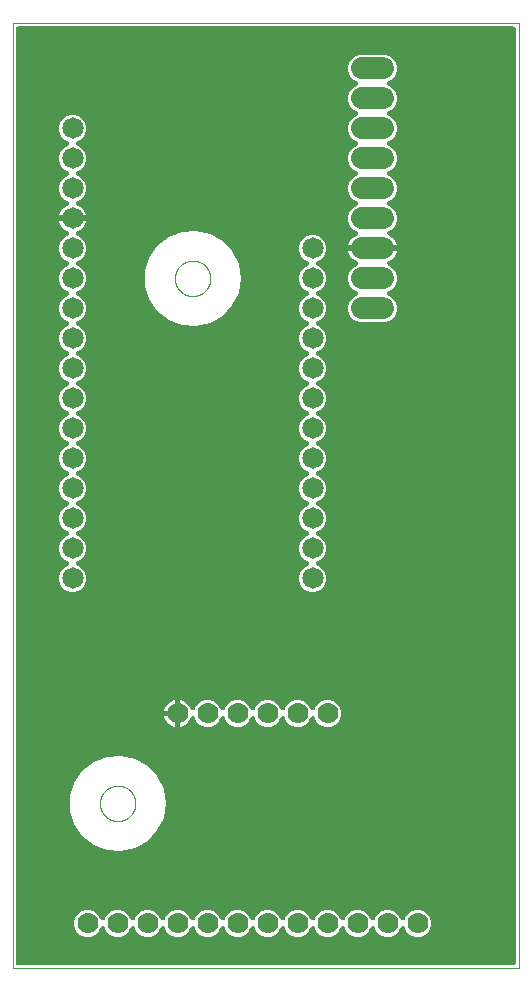
<source format=gtl>
G04 EAGLE Gerber RS-274X export*
G75*
%MOMM*%
%FSLAX34Y34*%
%LPD*%
%INTopLayer*%
%IPPOS*%
%AMOC8*
5,1,8,0,0,1.08239X$1,22.5*%
G01*
%ADD10C,0.000000*%
%ADD11C,1.812800*%
%ADD12C,1.778000*%
%ADD13C,1.828800*%

G36*
X423946Y2543D02*
X423946Y2543D01*
X423964Y2541D01*
X424146Y2562D01*
X424329Y2581D01*
X424346Y2586D01*
X424363Y2588D01*
X424538Y2645D01*
X424714Y2699D01*
X424729Y2707D01*
X424746Y2713D01*
X424906Y2803D01*
X425068Y2891D01*
X425081Y2902D01*
X425097Y2911D01*
X425236Y3031D01*
X425377Y3148D01*
X425388Y3162D01*
X425402Y3174D01*
X425514Y3319D01*
X425629Y3462D01*
X425637Y3478D01*
X425648Y3492D01*
X425730Y3657D01*
X425815Y3819D01*
X425820Y3836D01*
X425828Y3852D01*
X425875Y4031D01*
X425926Y4206D01*
X425928Y4224D01*
X425932Y4241D01*
X425959Y4572D01*
X425959Y795428D01*
X425957Y795446D01*
X425959Y795464D01*
X425938Y795646D01*
X425919Y795829D01*
X425914Y795846D01*
X425912Y795863D01*
X425855Y796038D01*
X425801Y796214D01*
X425793Y796229D01*
X425787Y796246D01*
X425697Y796406D01*
X425609Y796568D01*
X425598Y796581D01*
X425589Y796597D01*
X425469Y796736D01*
X425352Y796877D01*
X425338Y796888D01*
X425326Y796902D01*
X425181Y797014D01*
X425038Y797129D01*
X425022Y797137D01*
X425008Y797148D01*
X424843Y797230D01*
X424681Y797315D01*
X424664Y797320D01*
X424648Y797328D01*
X424469Y797375D01*
X424294Y797426D01*
X424276Y797428D01*
X424259Y797432D01*
X423928Y797459D01*
X4572Y797459D01*
X4554Y797457D01*
X4536Y797459D01*
X4354Y797438D01*
X4171Y797419D01*
X4154Y797414D01*
X4137Y797412D01*
X3962Y797355D01*
X3786Y797301D01*
X3771Y797293D01*
X3754Y797287D01*
X3594Y797197D01*
X3432Y797109D01*
X3419Y797098D01*
X3403Y797089D01*
X3264Y796969D01*
X3123Y796852D01*
X3112Y796838D01*
X3098Y796826D01*
X2986Y796681D01*
X2871Y796538D01*
X2863Y796522D01*
X2852Y796508D01*
X2770Y796343D01*
X2685Y796181D01*
X2680Y796164D01*
X2672Y796148D01*
X2625Y795969D01*
X2574Y795794D01*
X2572Y795776D01*
X2568Y795759D01*
X2541Y795428D01*
X2541Y4572D01*
X2543Y4554D01*
X2541Y4536D01*
X2562Y4354D01*
X2581Y4171D01*
X2586Y4154D01*
X2588Y4137D01*
X2645Y3962D01*
X2699Y3786D01*
X2707Y3771D01*
X2713Y3754D01*
X2803Y3594D01*
X2891Y3432D01*
X2902Y3419D01*
X2911Y3403D01*
X3031Y3264D01*
X3148Y3123D01*
X3162Y3112D01*
X3174Y3098D01*
X3319Y2986D01*
X3462Y2871D01*
X3478Y2863D01*
X3492Y2852D01*
X3657Y2770D01*
X3819Y2685D01*
X3836Y2680D01*
X3852Y2672D01*
X4031Y2625D01*
X4206Y2574D01*
X4224Y2572D01*
X4241Y2568D01*
X4572Y2541D01*
X423928Y2541D01*
X423946Y2543D01*
G37*
%LPC*%
G36*
X304658Y612106D02*
X304658Y612106D01*
X304640Y612108D01*
X304623Y612112D01*
X304292Y612139D01*
X284228Y612139D01*
X284259Y612336D01*
X284827Y614086D01*
X285662Y615724D01*
X286743Y617212D01*
X288044Y618513D01*
X289532Y619594D01*
X291215Y620451D01*
X291217Y620452D01*
X291227Y620457D01*
X291313Y620501D01*
X291330Y620512D01*
X291419Y620551D01*
X291492Y620602D01*
X291570Y620645D01*
X291656Y620718D01*
X291748Y620782D01*
X291810Y620847D01*
X291878Y620904D01*
X291948Y620992D01*
X292026Y621074D01*
X292073Y621149D01*
X292129Y621219D01*
X292180Y621319D01*
X292241Y621415D01*
X292272Y621498D01*
X292313Y621577D01*
X292344Y621686D01*
X292384Y621791D01*
X292398Y621879D01*
X292423Y621965D01*
X292431Y622077D01*
X292450Y622188D01*
X292447Y622277D01*
X292454Y622366D01*
X292440Y622478D01*
X292436Y622590D01*
X292416Y622677D01*
X292405Y622766D01*
X292370Y622872D01*
X292344Y622982D01*
X292307Y623063D01*
X292279Y623148D01*
X292223Y623246D01*
X292176Y623348D01*
X292123Y623420D01*
X292079Y623498D01*
X292005Y623583D01*
X291939Y623674D01*
X291873Y623734D01*
X291815Y623801D01*
X291725Y623870D01*
X291642Y623946D01*
X291566Y623992D01*
X291495Y624047D01*
X291370Y624111D01*
X291298Y624155D01*
X291254Y624170D01*
X291200Y624198D01*
X289037Y625094D01*
X285750Y628381D01*
X283971Y632676D01*
X283971Y637324D01*
X285750Y641619D01*
X289037Y644906D01*
X291252Y645823D01*
X291260Y645828D01*
X291269Y645830D01*
X291439Y645923D01*
X291607Y646014D01*
X291614Y646019D01*
X291622Y646024D01*
X291770Y646148D01*
X291918Y646270D01*
X291923Y646277D01*
X291930Y646283D01*
X292050Y646433D01*
X292171Y646583D01*
X292175Y646591D01*
X292181Y646598D01*
X292268Y646767D01*
X292358Y646939D01*
X292361Y646948D01*
X292365Y646956D01*
X292417Y647138D01*
X292471Y647326D01*
X292472Y647335D01*
X292475Y647343D01*
X292489Y647534D01*
X292506Y647727D01*
X292505Y647736D01*
X292506Y647744D01*
X292482Y647935D01*
X292461Y648127D01*
X292458Y648135D01*
X292457Y648144D01*
X292397Y648326D01*
X292338Y648510D01*
X292333Y648518D01*
X292330Y648526D01*
X292236Y648693D01*
X292141Y648862D01*
X292136Y648868D01*
X292131Y648876D01*
X292004Y649022D01*
X291879Y649167D01*
X291872Y649173D01*
X291867Y649180D01*
X291715Y649296D01*
X291562Y649416D01*
X291554Y649420D01*
X291547Y649425D01*
X291252Y649577D01*
X289037Y650494D01*
X285750Y653781D01*
X283971Y658076D01*
X283971Y662724D01*
X285750Y667019D01*
X289037Y670306D01*
X290665Y670980D01*
X291252Y671223D01*
X291260Y671228D01*
X291269Y671230D01*
X291439Y671323D01*
X291607Y671414D01*
X291614Y671419D01*
X291622Y671424D01*
X291770Y671548D01*
X291918Y671670D01*
X291923Y671677D01*
X291930Y671683D01*
X292050Y671833D01*
X292171Y671983D01*
X292175Y671991D01*
X292181Y671998D01*
X292268Y672167D01*
X292358Y672339D01*
X292361Y672348D01*
X292365Y672356D01*
X292417Y672538D01*
X292471Y672726D01*
X292472Y672735D01*
X292475Y672743D01*
X292489Y672934D01*
X292506Y673127D01*
X292505Y673136D01*
X292506Y673144D01*
X292482Y673335D01*
X292461Y673527D01*
X292458Y673535D01*
X292457Y673544D01*
X292397Y673726D01*
X292338Y673910D01*
X292333Y673918D01*
X292330Y673926D01*
X292235Y674094D01*
X292141Y674262D01*
X292136Y674268D01*
X292131Y674276D01*
X292004Y674422D01*
X291879Y674567D01*
X291872Y674573D01*
X291867Y674580D01*
X291714Y674697D01*
X291562Y674816D01*
X291554Y674820D01*
X291547Y674825D01*
X291252Y674977D01*
X289037Y675894D01*
X285750Y679181D01*
X283971Y683476D01*
X283971Y688124D01*
X285750Y692419D01*
X289037Y695706D01*
X291252Y696623D01*
X291260Y696628D01*
X291269Y696630D01*
X291439Y696723D01*
X291607Y696814D01*
X291614Y696819D01*
X291622Y696824D01*
X291770Y696948D01*
X291918Y697070D01*
X291923Y697077D01*
X291930Y697083D01*
X292050Y697233D01*
X292171Y697383D01*
X292175Y697391D01*
X292181Y697398D01*
X292268Y697567D01*
X292358Y697739D01*
X292361Y697748D01*
X292365Y697756D01*
X292417Y697938D01*
X292471Y698126D01*
X292472Y698135D01*
X292475Y698143D01*
X292489Y698334D01*
X292506Y698527D01*
X292505Y698536D01*
X292506Y698544D01*
X292482Y698735D01*
X292461Y698927D01*
X292458Y698935D01*
X292457Y698944D01*
X292397Y699126D01*
X292338Y699310D01*
X292333Y699318D01*
X292330Y699326D01*
X292235Y699494D01*
X292141Y699662D01*
X292136Y699668D01*
X292131Y699676D01*
X292004Y699822D01*
X291879Y699967D01*
X291872Y699973D01*
X291867Y699980D01*
X291714Y700097D01*
X291562Y700216D01*
X291554Y700220D01*
X291547Y700225D01*
X291252Y700377D01*
X289037Y701294D01*
X285750Y704581D01*
X283971Y708876D01*
X283971Y713524D01*
X285750Y717819D01*
X289037Y721106D01*
X291252Y722023D01*
X291260Y722028D01*
X291269Y722030D01*
X291439Y722123D01*
X291607Y722214D01*
X291614Y722219D01*
X291622Y722224D01*
X291770Y722348D01*
X291918Y722470D01*
X291923Y722477D01*
X291930Y722483D01*
X292050Y722633D01*
X292171Y722783D01*
X292175Y722791D01*
X292181Y722798D01*
X292268Y722967D01*
X292358Y723139D01*
X292361Y723148D01*
X292365Y723156D01*
X292417Y723338D01*
X292471Y723526D01*
X292472Y723535D01*
X292475Y723543D01*
X292489Y723734D01*
X292506Y723927D01*
X292505Y723936D01*
X292506Y723944D01*
X292482Y724135D01*
X292461Y724327D01*
X292458Y724335D01*
X292457Y724344D01*
X292397Y724526D01*
X292338Y724710D01*
X292333Y724718D01*
X292330Y724726D01*
X292235Y724894D01*
X292141Y725062D01*
X292136Y725068D01*
X292131Y725076D01*
X292004Y725222D01*
X291879Y725367D01*
X291872Y725373D01*
X291867Y725380D01*
X291714Y725497D01*
X291562Y725616D01*
X291554Y725620D01*
X291547Y725625D01*
X291252Y725777D01*
X289037Y726694D01*
X285750Y729981D01*
X283971Y734276D01*
X283971Y738924D01*
X285750Y743219D01*
X289037Y746506D01*
X291252Y747423D01*
X291260Y747428D01*
X291269Y747430D01*
X291439Y747523D01*
X291607Y747614D01*
X291614Y747619D01*
X291622Y747624D01*
X291770Y747748D01*
X291918Y747870D01*
X291923Y747877D01*
X291930Y747883D01*
X292050Y748033D01*
X292171Y748183D01*
X292175Y748191D01*
X292181Y748198D01*
X292268Y748367D01*
X292358Y748539D01*
X292361Y748548D01*
X292365Y748556D01*
X292417Y748738D01*
X292471Y748926D01*
X292472Y748935D01*
X292475Y748943D01*
X292489Y749134D01*
X292506Y749327D01*
X292505Y749336D01*
X292506Y749344D01*
X292482Y749535D01*
X292461Y749727D01*
X292458Y749735D01*
X292457Y749744D01*
X292397Y749926D01*
X292338Y750110D01*
X292333Y750118D01*
X292330Y750126D01*
X292235Y750294D01*
X292141Y750462D01*
X292136Y750468D01*
X292131Y750476D01*
X292004Y750622D01*
X291879Y750767D01*
X291872Y750773D01*
X291867Y750780D01*
X291714Y750897D01*
X291562Y751016D01*
X291554Y751020D01*
X291547Y751025D01*
X291252Y751177D01*
X289037Y752094D01*
X285750Y755381D01*
X283971Y759676D01*
X283971Y764324D01*
X285750Y768619D01*
X289037Y771906D01*
X290574Y772542D01*
X290574Y772543D01*
X293332Y773685D01*
X316268Y773685D01*
X320563Y771906D01*
X323850Y768619D01*
X325629Y764324D01*
X325629Y759676D01*
X323850Y755381D01*
X320563Y752094D01*
X318348Y751177D01*
X318340Y751172D01*
X318331Y751170D01*
X318163Y751078D01*
X317993Y750986D01*
X317986Y750981D01*
X317978Y750976D01*
X317832Y750853D01*
X317683Y750730D01*
X317677Y750723D01*
X317670Y750717D01*
X317550Y750567D01*
X317429Y750417D01*
X317425Y750409D01*
X317419Y750403D01*
X317331Y750232D01*
X317242Y750061D01*
X317239Y750052D01*
X317235Y750044D01*
X317183Y749860D01*
X317129Y749674D01*
X317128Y749666D01*
X317125Y749657D01*
X317111Y749466D01*
X317094Y749273D01*
X317095Y749264D01*
X317094Y749256D01*
X317117Y749066D01*
X317139Y748873D01*
X317142Y748865D01*
X317143Y748856D01*
X317204Y748672D01*
X317262Y748490D01*
X317267Y748482D01*
X317269Y748474D01*
X317365Y748306D01*
X317459Y748138D01*
X317464Y748132D01*
X317469Y748124D01*
X317595Y747979D01*
X317721Y747833D01*
X317728Y747827D01*
X317733Y747820D01*
X317887Y747703D01*
X318038Y747584D01*
X318045Y747580D01*
X318053Y747575D01*
X318348Y747423D01*
X320563Y746506D01*
X323850Y743219D01*
X325629Y738924D01*
X325629Y734276D01*
X323850Y729981D01*
X320563Y726694D01*
X318348Y725777D01*
X318340Y725772D01*
X318331Y725770D01*
X318163Y725678D01*
X317993Y725586D01*
X317986Y725581D01*
X317978Y725576D01*
X317832Y725453D01*
X317683Y725330D01*
X317677Y725323D01*
X317670Y725317D01*
X317550Y725167D01*
X317429Y725017D01*
X317425Y725009D01*
X317419Y725003D01*
X317331Y724832D01*
X317242Y724661D01*
X317239Y724652D01*
X317235Y724644D01*
X317183Y724460D01*
X317129Y724274D01*
X317128Y724266D01*
X317125Y724257D01*
X317111Y724066D01*
X317094Y723873D01*
X317095Y723864D01*
X317094Y723856D01*
X317117Y723666D01*
X317139Y723473D01*
X317142Y723465D01*
X317143Y723456D01*
X317204Y723272D01*
X317262Y723090D01*
X317267Y723082D01*
X317269Y723074D01*
X317365Y722906D01*
X317459Y722738D01*
X317464Y722732D01*
X317469Y722724D01*
X317595Y722579D01*
X317721Y722433D01*
X317728Y722427D01*
X317733Y722420D01*
X317887Y722303D01*
X318038Y722184D01*
X318045Y722180D01*
X318053Y722175D01*
X318348Y722023D01*
X320563Y721106D01*
X323850Y717819D01*
X325629Y713524D01*
X325629Y708876D01*
X323850Y704581D01*
X320563Y701294D01*
X318348Y700377D01*
X318340Y700372D01*
X318331Y700370D01*
X318163Y700278D01*
X317993Y700186D01*
X317986Y700181D01*
X317978Y700176D01*
X317832Y700053D01*
X317683Y699930D01*
X317677Y699923D01*
X317670Y699917D01*
X317550Y699767D01*
X317429Y699617D01*
X317425Y699609D01*
X317419Y699603D01*
X317331Y699432D01*
X317242Y699261D01*
X317239Y699252D01*
X317235Y699244D01*
X317183Y699060D01*
X317129Y698874D01*
X317128Y698866D01*
X317125Y698857D01*
X317111Y698666D01*
X317094Y698473D01*
X317095Y698464D01*
X317094Y698456D01*
X317117Y698266D01*
X317139Y698073D01*
X317142Y698065D01*
X317143Y698056D01*
X317204Y697872D01*
X317262Y697690D01*
X317267Y697682D01*
X317269Y697674D01*
X317365Y697506D01*
X317459Y697338D01*
X317464Y697332D01*
X317469Y697324D01*
X317595Y697179D01*
X317721Y697033D01*
X317728Y697027D01*
X317733Y697020D01*
X317887Y696903D01*
X318038Y696784D01*
X318045Y696780D01*
X318053Y696775D01*
X318348Y696623D01*
X320563Y695706D01*
X323850Y692419D01*
X325629Y688124D01*
X325629Y683476D01*
X323850Y679181D01*
X320563Y675894D01*
X318348Y674977D01*
X318340Y674972D01*
X318331Y674970D01*
X318163Y674878D01*
X317993Y674786D01*
X317986Y674781D01*
X317978Y674776D01*
X317832Y674653D01*
X317683Y674530D01*
X317677Y674523D01*
X317670Y674517D01*
X317550Y674367D01*
X317429Y674217D01*
X317425Y674209D01*
X317419Y674203D01*
X317331Y674032D01*
X317242Y673861D01*
X317239Y673852D01*
X317235Y673844D01*
X317183Y673660D01*
X317129Y673474D01*
X317128Y673466D01*
X317125Y673457D01*
X317111Y673266D01*
X317094Y673073D01*
X317095Y673064D01*
X317094Y673056D01*
X317117Y672866D01*
X317139Y672673D01*
X317142Y672665D01*
X317143Y672656D01*
X317204Y672472D01*
X317262Y672290D01*
X317267Y672282D01*
X317269Y672274D01*
X317365Y672106D01*
X317459Y671938D01*
X317464Y671932D01*
X317469Y671924D01*
X317595Y671779D01*
X317721Y671633D01*
X317728Y671627D01*
X317733Y671620D01*
X317887Y671503D01*
X318038Y671384D01*
X318045Y671380D01*
X318053Y671375D01*
X318348Y671223D01*
X320563Y670306D01*
X323850Y667019D01*
X325629Y662724D01*
X325629Y658076D01*
X323850Y653781D01*
X320563Y650494D01*
X320218Y650351D01*
X318348Y649577D01*
X318340Y649572D01*
X318331Y649570D01*
X318163Y649478D01*
X317993Y649386D01*
X317986Y649381D01*
X317978Y649376D01*
X317832Y649253D01*
X317683Y649130D01*
X317677Y649123D01*
X317670Y649117D01*
X317550Y648967D01*
X317429Y648817D01*
X317425Y648809D01*
X317419Y648803D01*
X317331Y648632D01*
X317242Y648461D01*
X317239Y648452D01*
X317235Y648444D01*
X317183Y648260D01*
X317129Y648074D01*
X317128Y648066D01*
X317125Y648057D01*
X317111Y647866D01*
X317094Y647673D01*
X317095Y647664D01*
X317094Y647656D01*
X317117Y647466D01*
X317139Y647273D01*
X317142Y647265D01*
X317143Y647256D01*
X317203Y647074D01*
X317262Y646890D01*
X317267Y646882D01*
X317269Y646874D01*
X317365Y646706D01*
X317459Y646538D01*
X317464Y646532D01*
X317469Y646524D01*
X317595Y646379D01*
X317721Y646233D01*
X317728Y646227D01*
X317733Y646220D01*
X317887Y646103D01*
X318038Y645984D01*
X318045Y645980D01*
X318053Y645975D01*
X318348Y645823D01*
X320563Y644906D01*
X323850Y641619D01*
X325629Y637324D01*
X325629Y632676D01*
X323850Y628381D01*
X320563Y625094D01*
X318400Y624198D01*
X318321Y624156D01*
X318238Y624123D01*
X318144Y624061D01*
X318045Y624008D01*
X317976Y623951D01*
X317902Y623902D01*
X317821Y623823D01*
X317734Y623752D01*
X317678Y623682D01*
X317615Y623620D01*
X317552Y623526D01*
X317481Y623439D01*
X317439Y623360D01*
X317389Y623286D01*
X317346Y623182D01*
X317294Y623082D01*
X317269Y622997D01*
X317234Y622915D01*
X317212Y622804D01*
X317181Y622696D01*
X317173Y622607D01*
X317156Y622520D01*
X317156Y622407D01*
X317146Y622295D01*
X317156Y622206D01*
X317156Y622117D01*
X317179Y622007D01*
X317191Y621895D01*
X317218Y621810D01*
X317236Y621723D01*
X317280Y621619D01*
X317314Y621511D01*
X317358Y621434D01*
X317392Y621352D01*
X317456Y621258D01*
X317511Y621160D01*
X317569Y621092D01*
X317619Y621019D01*
X317699Y620940D01*
X317772Y620854D01*
X317843Y620799D01*
X317906Y620737D01*
X318001Y620675D01*
X318090Y620606D01*
X318169Y620566D01*
X318244Y620517D01*
X318308Y620491D01*
X320068Y619594D01*
X321556Y618513D01*
X322857Y617212D01*
X323938Y615724D01*
X324773Y614086D01*
X325341Y612336D01*
X325372Y612139D01*
X305308Y612139D01*
X305290Y612137D01*
X305273Y612139D01*
X305090Y612118D01*
X304908Y612099D01*
X304891Y612094D01*
X304873Y612092D01*
X304795Y612067D01*
X304658Y612106D01*
G37*
%LPD*%
%LPC*%
G36*
X48492Y318595D02*
X48492Y318595D01*
X44226Y320362D01*
X40962Y323626D01*
X39195Y327892D01*
X39195Y332508D01*
X40962Y336774D01*
X44226Y340038D01*
X46605Y341023D01*
X46613Y341028D01*
X46622Y341030D01*
X46792Y341123D01*
X46960Y341214D01*
X46967Y341219D01*
X46975Y341224D01*
X47123Y341348D01*
X47271Y341470D01*
X47276Y341477D01*
X47283Y341483D01*
X47403Y341633D01*
X47524Y341783D01*
X47528Y341791D01*
X47534Y341798D01*
X47621Y341967D01*
X47711Y342139D01*
X47714Y342148D01*
X47718Y342156D01*
X47770Y342338D01*
X47824Y342526D01*
X47825Y342535D01*
X47828Y342543D01*
X47842Y342734D01*
X47859Y342927D01*
X47858Y342936D01*
X47859Y342944D01*
X47835Y343135D01*
X47814Y343327D01*
X47811Y343335D01*
X47810Y343344D01*
X47750Y343526D01*
X47691Y343710D01*
X47686Y343718D01*
X47684Y343726D01*
X47588Y343894D01*
X47494Y344062D01*
X47489Y344068D01*
X47484Y344076D01*
X47357Y344222D01*
X47233Y344367D01*
X47225Y344373D01*
X47220Y344380D01*
X47067Y344497D01*
X46915Y344616D01*
X46907Y344620D01*
X46900Y344625D01*
X46605Y344777D01*
X44226Y345762D01*
X40962Y349026D01*
X39195Y353292D01*
X39195Y357908D01*
X40962Y362174D01*
X44226Y365438D01*
X46289Y366292D01*
X46289Y366293D01*
X46605Y366423D01*
X46613Y366428D01*
X46622Y366430D01*
X46792Y366523D01*
X46960Y366614D01*
X46967Y366619D01*
X46975Y366624D01*
X47123Y366748D01*
X47271Y366870D01*
X47276Y366877D01*
X47283Y366883D01*
X47403Y367033D01*
X47524Y367183D01*
X47528Y367191D01*
X47534Y367198D01*
X47621Y367367D01*
X47711Y367539D01*
X47714Y367548D01*
X47718Y367556D01*
X47770Y367738D01*
X47824Y367926D01*
X47825Y367935D01*
X47828Y367943D01*
X47842Y368134D01*
X47859Y368327D01*
X47858Y368336D01*
X47859Y368344D01*
X47835Y368535D01*
X47814Y368727D01*
X47811Y368735D01*
X47810Y368744D01*
X47750Y368926D01*
X47691Y369110D01*
X47686Y369118D01*
X47684Y369126D01*
X47588Y369294D01*
X47494Y369462D01*
X47489Y369468D01*
X47484Y369476D01*
X47357Y369622D01*
X47233Y369767D01*
X47225Y369773D01*
X47220Y369780D01*
X47067Y369897D01*
X46915Y370016D01*
X46907Y370020D01*
X46900Y370025D01*
X46605Y370177D01*
X44226Y371162D01*
X40962Y374426D01*
X39195Y378692D01*
X39195Y383308D01*
X40962Y387574D01*
X44226Y390838D01*
X46605Y391823D01*
X46613Y391828D01*
X46622Y391830D01*
X46792Y391923D01*
X46960Y392014D01*
X46967Y392019D01*
X46975Y392024D01*
X47123Y392148D01*
X47271Y392270D01*
X47276Y392277D01*
X47283Y392283D01*
X47403Y392433D01*
X47524Y392583D01*
X47528Y392591D01*
X47534Y392598D01*
X47621Y392767D01*
X47711Y392939D01*
X47714Y392948D01*
X47718Y392956D01*
X47770Y393138D01*
X47824Y393326D01*
X47825Y393335D01*
X47828Y393343D01*
X47842Y393534D01*
X47859Y393727D01*
X47858Y393736D01*
X47859Y393744D01*
X47835Y393935D01*
X47814Y394127D01*
X47811Y394135D01*
X47810Y394144D01*
X47750Y394326D01*
X47691Y394510D01*
X47686Y394518D01*
X47684Y394526D01*
X47588Y394694D01*
X47494Y394862D01*
X47489Y394868D01*
X47484Y394876D01*
X47357Y395022D01*
X47233Y395167D01*
X47225Y395173D01*
X47220Y395180D01*
X47067Y395297D01*
X46915Y395416D01*
X46907Y395420D01*
X46900Y395425D01*
X46605Y395577D01*
X44226Y396562D01*
X40962Y399826D01*
X39195Y404092D01*
X39195Y408708D01*
X40962Y412974D01*
X44226Y416238D01*
X46605Y417223D01*
X46613Y417228D01*
X46622Y417230D01*
X46792Y417323D01*
X46960Y417414D01*
X46967Y417419D01*
X46975Y417424D01*
X47123Y417548D01*
X47271Y417670D01*
X47276Y417677D01*
X47283Y417683D01*
X47403Y417833D01*
X47524Y417983D01*
X47528Y417991D01*
X47534Y417998D01*
X47621Y418167D01*
X47711Y418339D01*
X47714Y418348D01*
X47718Y418356D01*
X47770Y418538D01*
X47824Y418726D01*
X47825Y418735D01*
X47828Y418743D01*
X47842Y418934D01*
X47859Y419127D01*
X47858Y419136D01*
X47859Y419144D01*
X47835Y419335D01*
X47814Y419527D01*
X47811Y419535D01*
X47810Y419544D01*
X47750Y419726D01*
X47691Y419910D01*
X47686Y419918D01*
X47684Y419926D01*
X47588Y420094D01*
X47494Y420262D01*
X47489Y420268D01*
X47484Y420276D01*
X47357Y420422D01*
X47233Y420567D01*
X47225Y420573D01*
X47220Y420580D01*
X47067Y420697D01*
X46915Y420816D01*
X46907Y420820D01*
X46900Y420825D01*
X46605Y420977D01*
X44226Y421962D01*
X40962Y425226D01*
X39195Y429492D01*
X39195Y434108D01*
X40962Y438374D01*
X44226Y441638D01*
X46605Y442623D01*
X46613Y442628D01*
X46622Y442630D01*
X46791Y442723D01*
X46960Y442814D01*
X46967Y442819D01*
X46975Y442824D01*
X47122Y442947D01*
X47271Y443070D01*
X47276Y443077D01*
X47283Y443083D01*
X47404Y443234D01*
X47524Y443383D01*
X47528Y443390D01*
X47534Y443398D01*
X47623Y443571D01*
X47711Y443739D01*
X47714Y443748D01*
X47718Y443756D01*
X47771Y443942D01*
X47824Y444126D01*
X47825Y444135D01*
X47828Y444143D01*
X47842Y444334D01*
X47859Y444527D01*
X47858Y444536D01*
X47859Y444544D01*
X47835Y444736D01*
X47814Y444927D01*
X47811Y444935D01*
X47810Y444944D01*
X47750Y445127D01*
X47691Y445310D01*
X47686Y445318D01*
X47684Y445326D01*
X47588Y445493D01*
X47494Y445662D01*
X47489Y445668D01*
X47484Y445676D01*
X47359Y445820D01*
X47233Y445967D01*
X47225Y445973D01*
X47220Y445980D01*
X47067Y446097D01*
X46916Y446216D01*
X46908Y446220D01*
X46900Y446225D01*
X46605Y446377D01*
X44226Y447362D01*
X40962Y450626D01*
X39195Y454892D01*
X39195Y459508D01*
X40962Y463774D01*
X44226Y467038D01*
X46605Y468023D01*
X46613Y468028D01*
X46622Y468030D01*
X46791Y468123D01*
X46960Y468214D01*
X46967Y468219D01*
X46975Y468224D01*
X47122Y468347D01*
X47271Y468470D01*
X47276Y468477D01*
X47283Y468483D01*
X47404Y468634D01*
X47524Y468783D01*
X47528Y468790D01*
X47534Y468798D01*
X47623Y468971D01*
X47711Y469139D01*
X47714Y469148D01*
X47718Y469156D01*
X47771Y469342D01*
X47824Y469526D01*
X47825Y469535D01*
X47828Y469543D01*
X47842Y469734D01*
X47859Y469927D01*
X47858Y469936D01*
X47859Y469944D01*
X47835Y470136D01*
X47814Y470327D01*
X47811Y470335D01*
X47810Y470344D01*
X47750Y470527D01*
X47691Y470710D01*
X47686Y470718D01*
X47684Y470726D01*
X47588Y470893D01*
X47494Y471062D01*
X47489Y471068D01*
X47484Y471076D01*
X47359Y471220D01*
X47233Y471367D01*
X47225Y471373D01*
X47220Y471380D01*
X47067Y471497D01*
X46916Y471616D01*
X46908Y471620D01*
X46900Y471625D01*
X46605Y471777D01*
X44226Y472762D01*
X40962Y476026D01*
X39195Y480292D01*
X39195Y484908D01*
X40962Y489174D01*
X44226Y492438D01*
X46605Y493423D01*
X46613Y493428D01*
X46622Y493430D01*
X46791Y493523D01*
X46960Y493614D01*
X46967Y493619D01*
X46975Y493624D01*
X47122Y493747D01*
X47271Y493870D01*
X47276Y493877D01*
X47283Y493883D01*
X47404Y494034D01*
X47524Y494183D01*
X47528Y494190D01*
X47534Y494198D01*
X47623Y494371D01*
X47711Y494539D01*
X47714Y494548D01*
X47718Y494556D01*
X47771Y494742D01*
X47824Y494926D01*
X47825Y494935D01*
X47828Y494943D01*
X47842Y495134D01*
X47859Y495327D01*
X47858Y495336D01*
X47859Y495344D01*
X47835Y495536D01*
X47814Y495727D01*
X47811Y495735D01*
X47810Y495744D01*
X47750Y495927D01*
X47691Y496110D01*
X47686Y496118D01*
X47684Y496126D01*
X47589Y496293D01*
X47494Y496462D01*
X47489Y496468D01*
X47484Y496476D01*
X47359Y496620D01*
X47233Y496767D01*
X47225Y496773D01*
X47220Y496780D01*
X47067Y496897D01*
X46916Y497016D01*
X46908Y497020D01*
X46900Y497025D01*
X46605Y497177D01*
X44226Y498162D01*
X40962Y501426D01*
X39195Y505692D01*
X39195Y510308D01*
X40962Y514574D01*
X44226Y517838D01*
X46605Y518823D01*
X46613Y518828D01*
X46622Y518830D01*
X46791Y518923D01*
X46960Y519014D01*
X46967Y519019D01*
X46975Y519024D01*
X47122Y519147D01*
X47271Y519270D01*
X47276Y519277D01*
X47283Y519283D01*
X47404Y519434D01*
X47524Y519583D01*
X47528Y519590D01*
X47534Y519598D01*
X47623Y519771D01*
X47711Y519939D01*
X47714Y519948D01*
X47718Y519956D01*
X47771Y520142D01*
X47824Y520326D01*
X47825Y520335D01*
X47828Y520343D01*
X47842Y520534D01*
X47859Y520727D01*
X47858Y520736D01*
X47859Y520744D01*
X47835Y520936D01*
X47814Y521127D01*
X47811Y521135D01*
X47810Y521144D01*
X47750Y521327D01*
X47691Y521510D01*
X47686Y521518D01*
X47684Y521526D01*
X47588Y521693D01*
X47494Y521862D01*
X47489Y521868D01*
X47484Y521876D01*
X47359Y522020D01*
X47233Y522167D01*
X47225Y522173D01*
X47220Y522180D01*
X47067Y522297D01*
X46916Y522416D01*
X46908Y522420D01*
X46900Y522425D01*
X46605Y522577D01*
X44226Y523562D01*
X40962Y526826D01*
X39195Y531092D01*
X39195Y535708D01*
X40962Y539974D01*
X44226Y543238D01*
X46605Y544223D01*
X46613Y544228D01*
X46622Y544230D01*
X46791Y544323D01*
X46960Y544414D01*
X46967Y544419D01*
X46975Y544424D01*
X47122Y544547D01*
X47271Y544670D01*
X47276Y544677D01*
X47283Y544683D01*
X47404Y544834D01*
X47524Y544983D01*
X47528Y544990D01*
X47534Y544998D01*
X47623Y545171D01*
X47711Y545339D01*
X47714Y545348D01*
X47718Y545356D01*
X47771Y545542D01*
X47824Y545726D01*
X47825Y545735D01*
X47828Y545743D01*
X47842Y545934D01*
X47859Y546127D01*
X47858Y546136D01*
X47859Y546144D01*
X47835Y546336D01*
X47814Y546527D01*
X47811Y546535D01*
X47810Y546544D01*
X47750Y546725D01*
X47691Y546910D01*
X47686Y546918D01*
X47684Y546926D01*
X47588Y547093D01*
X47494Y547262D01*
X47489Y547268D01*
X47484Y547276D01*
X47359Y547420D01*
X47233Y547567D01*
X47225Y547573D01*
X47220Y547580D01*
X47067Y547697D01*
X46916Y547816D01*
X46908Y547820D01*
X46900Y547825D01*
X46605Y547977D01*
X44226Y548962D01*
X40962Y552226D01*
X39195Y556492D01*
X39195Y561108D01*
X40962Y565374D01*
X44226Y568638D01*
X46605Y569623D01*
X46613Y569628D01*
X46622Y569630D01*
X46791Y569723D01*
X46960Y569814D01*
X46967Y569819D01*
X46975Y569824D01*
X47122Y569947D01*
X47271Y570070D01*
X47276Y570077D01*
X47283Y570083D01*
X47404Y570234D01*
X47524Y570383D01*
X47528Y570390D01*
X47534Y570398D01*
X47623Y570571D01*
X47711Y570739D01*
X47714Y570748D01*
X47718Y570756D01*
X47770Y570941D01*
X47824Y571126D01*
X47825Y571135D01*
X47828Y571143D01*
X47842Y571331D01*
X47859Y571527D01*
X47858Y571536D01*
X47859Y571544D01*
X47835Y571736D01*
X47814Y571927D01*
X47811Y571935D01*
X47810Y571944D01*
X47750Y572127D01*
X47691Y572310D01*
X47686Y572318D01*
X47684Y572326D01*
X47588Y572493D01*
X47494Y572662D01*
X47489Y572668D01*
X47484Y572676D01*
X47359Y572820D01*
X47233Y572967D01*
X47225Y572973D01*
X47220Y572980D01*
X47067Y573097D01*
X46916Y573216D01*
X46908Y573220D01*
X46900Y573225D01*
X46605Y573377D01*
X44226Y574362D01*
X40962Y577626D01*
X39195Y581892D01*
X39195Y586508D01*
X40962Y590774D01*
X44226Y594038D01*
X46605Y595023D01*
X46613Y595028D01*
X46622Y595030D01*
X46791Y595123D01*
X46960Y595214D01*
X46967Y595219D01*
X46975Y595224D01*
X47122Y595347D01*
X47271Y595470D01*
X47276Y595477D01*
X47283Y595483D01*
X47404Y595634D01*
X47524Y595783D01*
X47528Y595790D01*
X47534Y595798D01*
X47623Y595971D01*
X47711Y596139D01*
X47714Y596148D01*
X47718Y596156D01*
X47771Y596342D01*
X47824Y596526D01*
X47825Y596535D01*
X47828Y596543D01*
X47842Y596734D01*
X47859Y596927D01*
X47858Y596936D01*
X47859Y596944D01*
X47835Y597136D01*
X47814Y597327D01*
X47811Y597335D01*
X47810Y597344D01*
X47750Y597527D01*
X47691Y597710D01*
X47686Y597718D01*
X47684Y597726D01*
X47588Y597893D01*
X47494Y598062D01*
X47489Y598068D01*
X47484Y598076D01*
X47359Y598220D01*
X47233Y598367D01*
X47225Y598373D01*
X47220Y598380D01*
X47067Y598497D01*
X46916Y598616D01*
X46908Y598620D01*
X46900Y598625D01*
X46605Y598777D01*
X44226Y599762D01*
X40962Y603026D01*
X39195Y607292D01*
X39195Y611908D01*
X40962Y616174D01*
X44226Y619438D01*
X46063Y620199D01*
X46575Y620411D01*
X46653Y620453D01*
X46736Y620486D01*
X46831Y620548D01*
X46930Y620601D01*
X46999Y620658D01*
X47073Y620706D01*
X47153Y620786D01*
X47241Y620858D01*
X47296Y620926D01*
X47360Y620989D01*
X47423Y621082D01*
X47494Y621170D01*
X47535Y621249D01*
X47585Y621322D01*
X47629Y621427D01*
X47681Y621527D01*
X47706Y621612D01*
X47740Y621694D01*
X47763Y621804D01*
X47794Y621913D01*
X47802Y622002D01*
X47819Y622089D01*
X47819Y622202D01*
X47829Y622314D01*
X47819Y622402D01*
X47819Y622491D01*
X47797Y622602D01*
X47784Y622714D01*
X47757Y622799D01*
X47739Y622886D01*
X47695Y622990D01*
X47661Y623098D01*
X47617Y623175D01*
X47583Y623257D01*
X47519Y623350D01*
X47464Y623449D01*
X47407Y623517D01*
X47357Y623590D01*
X47276Y623669D01*
X47203Y623755D01*
X47133Y623810D01*
X47069Y623872D01*
X46975Y623933D01*
X46886Y624003D01*
X46806Y624043D01*
X46732Y624091D01*
X46601Y624146D01*
X46526Y624184D01*
X46481Y624196D01*
X46426Y624219D01*
X46345Y624245D01*
X44718Y625075D01*
X43240Y626148D01*
X41948Y627440D01*
X40875Y628918D01*
X40046Y630545D01*
X39481Y632283D01*
X39446Y632501D01*
X50332Y632501D01*
X50350Y632502D01*
X50367Y632501D01*
X50550Y632522D01*
X50732Y632541D01*
X50749Y632546D01*
X50767Y632548D01*
X50808Y632561D01*
X50902Y632534D01*
X50920Y632532D01*
X50937Y632528D01*
X51268Y632501D01*
X62154Y632501D01*
X62119Y632283D01*
X61554Y630545D01*
X60725Y628918D01*
X59652Y627440D01*
X58360Y626148D01*
X56882Y625075D01*
X55255Y624245D01*
X55174Y624219D01*
X55093Y624184D01*
X55008Y624157D01*
X54909Y624103D01*
X54806Y624058D01*
X54733Y624007D01*
X54655Y623964D01*
X54569Y623891D01*
X54476Y623826D01*
X54415Y623762D01*
X54347Y623705D01*
X54276Y623616D01*
X54199Y623535D01*
X54151Y623460D01*
X54096Y623390D01*
X54044Y623289D01*
X53984Y623194D01*
X53953Y623111D01*
X53912Y623032D01*
X53881Y622923D01*
X53841Y622818D01*
X53827Y622730D01*
X53802Y622645D01*
X53794Y622532D01*
X53775Y622420D01*
X53778Y622331D01*
X53771Y622243D01*
X53785Y622131D01*
X53789Y622018D01*
X53809Y621931D01*
X53820Y621843D01*
X53855Y621736D01*
X53881Y621626D01*
X53919Y621545D01*
X53946Y621461D01*
X54002Y621363D01*
X54050Y621260D01*
X54102Y621189D01*
X54146Y621111D01*
X54220Y621026D01*
X54287Y620935D01*
X54352Y620875D01*
X54410Y620808D01*
X54500Y620739D01*
X54583Y620663D01*
X54659Y620617D01*
X54730Y620562D01*
X54855Y620498D01*
X54928Y620454D01*
X54971Y620438D01*
X55025Y620411D01*
X57374Y619438D01*
X60638Y616174D01*
X62405Y611908D01*
X62405Y607292D01*
X60638Y603026D01*
X57374Y599762D01*
X54995Y598777D01*
X54987Y598772D01*
X54978Y598770D01*
X54811Y598678D01*
X54640Y598586D01*
X54633Y598581D01*
X54625Y598576D01*
X54478Y598453D01*
X54329Y598330D01*
X54324Y598323D01*
X54317Y598317D01*
X54197Y598167D01*
X54076Y598017D01*
X54072Y598009D01*
X54066Y598003D01*
X53978Y597832D01*
X53889Y597661D01*
X53886Y597652D01*
X53882Y597644D01*
X53830Y597461D01*
X53776Y597275D01*
X53775Y597265D01*
X53772Y597257D01*
X53758Y597066D01*
X53741Y596873D01*
X53742Y596864D01*
X53741Y596856D01*
X53764Y596666D01*
X53786Y596473D01*
X53789Y596465D01*
X53790Y596456D01*
X53850Y596276D01*
X53909Y596090D01*
X53914Y596082D01*
X53916Y596074D01*
X54011Y595908D01*
X54106Y595739D01*
X54111Y595732D01*
X54116Y595724D01*
X54242Y595579D01*
X54367Y595433D01*
X54374Y595427D01*
X54380Y595420D01*
X54533Y595303D01*
X54684Y595184D01*
X54692Y595180D01*
X54700Y595175D01*
X54995Y595023D01*
X57374Y594038D01*
X60638Y590774D01*
X62405Y586508D01*
X62405Y581892D01*
X60638Y577626D01*
X57374Y574362D01*
X54995Y573377D01*
X54987Y573372D01*
X54978Y573370D01*
X54811Y573278D01*
X54640Y573186D01*
X54633Y573181D01*
X54625Y573176D01*
X54478Y573053D01*
X54329Y572930D01*
X54324Y572923D01*
X54317Y572917D01*
X54197Y572767D01*
X54076Y572617D01*
X54072Y572609D01*
X54066Y572603D01*
X53978Y572432D01*
X53889Y572261D01*
X53886Y572252D01*
X53882Y572244D01*
X53830Y572061D01*
X53776Y571875D01*
X53775Y571865D01*
X53772Y571857D01*
X53758Y571666D01*
X53741Y571473D01*
X53742Y571464D01*
X53741Y571456D01*
X53764Y571266D01*
X53786Y571073D01*
X53789Y571065D01*
X53790Y571056D01*
X53850Y570876D01*
X53909Y570690D01*
X53914Y570682D01*
X53916Y570674D01*
X54011Y570508D01*
X54106Y570339D01*
X54111Y570332D01*
X54116Y570324D01*
X54242Y570179D01*
X54367Y570033D01*
X54374Y570027D01*
X54380Y570020D01*
X54533Y569903D01*
X54684Y569784D01*
X54692Y569780D01*
X54700Y569775D01*
X54995Y569623D01*
X57374Y568638D01*
X60638Y565374D01*
X62405Y561108D01*
X62405Y556492D01*
X60638Y552226D01*
X57374Y548962D01*
X54995Y547977D01*
X54987Y547972D01*
X54978Y547970D01*
X54811Y547878D01*
X54640Y547786D01*
X54633Y547781D01*
X54625Y547776D01*
X54478Y547653D01*
X54329Y547530D01*
X54324Y547523D01*
X54317Y547517D01*
X54197Y547367D01*
X54076Y547217D01*
X54072Y547209D01*
X54066Y547203D01*
X53978Y547032D01*
X53889Y546861D01*
X53886Y546852D01*
X53882Y546844D01*
X53830Y546661D01*
X53776Y546475D01*
X53775Y546465D01*
X53772Y546457D01*
X53758Y546266D01*
X53741Y546073D01*
X53742Y546064D01*
X53741Y546056D01*
X53764Y545866D01*
X53786Y545673D01*
X53789Y545665D01*
X53790Y545656D01*
X53850Y545476D01*
X53909Y545290D01*
X53914Y545282D01*
X53916Y545274D01*
X54011Y545108D01*
X54106Y544939D01*
X54111Y544932D01*
X54116Y544924D01*
X54242Y544779D01*
X54367Y544633D01*
X54374Y544627D01*
X54380Y544620D01*
X54533Y544503D01*
X54684Y544384D01*
X54692Y544380D01*
X54700Y544375D01*
X54995Y544223D01*
X57374Y543238D01*
X60638Y539974D01*
X62405Y535708D01*
X62405Y531092D01*
X60638Y526826D01*
X57374Y523562D01*
X54995Y522577D01*
X54987Y522572D01*
X54978Y522570D01*
X54811Y522478D01*
X54640Y522386D01*
X54633Y522381D01*
X54625Y522376D01*
X54478Y522253D01*
X54329Y522130D01*
X54324Y522123D01*
X54317Y522117D01*
X54197Y521967D01*
X54076Y521817D01*
X54072Y521809D01*
X54066Y521803D01*
X53978Y521632D01*
X53889Y521461D01*
X53886Y521452D01*
X53882Y521444D01*
X53830Y521261D01*
X53776Y521075D01*
X53775Y521065D01*
X53772Y521057D01*
X53758Y520866D01*
X53741Y520673D01*
X53742Y520664D01*
X53741Y520656D01*
X53764Y520466D01*
X53786Y520273D01*
X53789Y520265D01*
X53790Y520256D01*
X53850Y520074D01*
X53909Y519890D01*
X53914Y519882D01*
X53916Y519874D01*
X54011Y519708D01*
X54106Y519539D01*
X54111Y519532D01*
X54116Y519524D01*
X54242Y519379D01*
X54367Y519233D01*
X54374Y519227D01*
X54380Y519220D01*
X54533Y519103D01*
X54684Y518984D01*
X54692Y518980D01*
X54700Y518975D01*
X54995Y518823D01*
X57374Y517838D01*
X60638Y514574D01*
X62405Y510308D01*
X62405Y505692D01*
X60638Y501426D01*
X57374Y498162D01*
X54995Y497177D01*
X54987Y497172D01*
X54978Y497170D01*
X54811Y497078D01*
X54640Y496986D01*
X54633Y496981D01*
X54625Y496976D01*
X54478Y496853D01*
X54329Y496730D01*
X54324Y496723D01*
X54317Y496717D01*
X54197Y496567D01*
X54076Y496417D01*
X54072Y496409D01*
X54066Y496403D01*
X53978Y496232D01*
X53889Y496061D01*
X53886Y496052D01*
X53882Y496044D01*
X53830Y495861D01*
X53776Y495675D01*
X53775Y495665D01*
X53772Y495657D01*
X53758Y495466D01*
X53741Y495273D01*
X53742Y495264D01*
X53741Y495256D01*
X53764Y495066D01*
X53786Y494873D01*
X53789Y494865D01*
X53790Y494856D01*
X53850Y494676D01*
X53909Y494490D01*
X53914Y494482D01*
X53916Y494474D01*
X54011Y494308D01*
X54106Y494139D01*
X54111Y494132D01*
X54116Y494124D01*
X54242Y493979D01*
X54367Y493833D01*
X54374Y493827D01*
X54380Y493820D01*
X54533Y493703D01*
X54684Y493584D01*
X54692Y493580D01*
X54700Y493575D01*
X54995Y493423D01*
X57374Y492438D01*
X60638Y489174D01*
X62405Y484908D01*
X62405Y480292D01*
X60638Y476026D01*
X57374Y472762D01*
X54995Y471777D01*
X54987Y471772D01*
X54978Y471770D01*
X54811Y471678D01*
X54640Y471586D01*
X54633Y471581D01*
X54625Y471576D01*
X54478Y471453D01*
X54329Y471330D01*
X54324Y471323D01*
X54317Y471317D01*
X54197Y471167D01*
X54076Y471017D01*
X54072Y471009D01*
X54066Y471003D01*
X53978Y470832D01*
X53889Y470661D01*
X53886Y470652D01*
X53882Y470644D01*
X53830Y470461D01*
X53776Y470275D01*
X53775Y470265D01*
X53772Y470257D01*
X53758Y470066D01*
X53741Y469873D01*
X53742Y469864D01*
X53741Y469856D01*
X53764Y469666D01*
X53786Y469473D01*
X53789Y469465D01*
X53790Y469456D01*
X53850Y469276D01*
X53909Y469090D01*
X53914Y469082D01*
X53916Y469074D01*
X54011Y468908D01*
X54106Y468739D01*
X54111Y468732D01*
X54116Y468724D01*
X54242Y468579D01*
X54367Y468433D01*
X54374Y468427D01*
X54380Y468420D01*
X54533Y468303D01*
X54684Y468184D01*
X54692Y468180D01*
X54700Y468175D01*
X54995Y468023D01*
X57374Y467038D01*
X60638Y463774D01*
X62405Y459508D01*
X62405Y454892D01*
X60638Y450626D01*
X57374Y447362D01*
X54995Y446377D01*
X54987Y446372D01*
X54978Y446370D01*
X54811Y446278D01*
X54640Y446186D01*
X54633Y446181D01*
X54625Y446176D01*
X54478Y446053D01*
X54329Y445930D01*
X54324Y445923D01*
X54317Y445917D01*
X54197Y445767D01*
X54076Y445617D01*
X54072Y445609D01*
X54066Y445603D01*
X53978Y445432D01*
X53889Y445261D01*
X53886Y445252D01*
X53882Y445244D01*
X53830Y445061D01*
X53776Y444875D01*
X53775Y444865D01*
X53772Y444857D01*
X53758Y444666D01*
X53741Y444473D01*
X53742Y444464D01*
X53741Y444456D01*
X53764Y444266D01*
X53786Y444073D01*
X53789Y444065D01*
X53790Y444056D01*
X53850Y443876D01*
X53909Y443690D01*
X53914Y443682D01*
X53916Y443674D01*
X54011Y443508D01*
X54106Y443339D01*
X54111Y443332D01*
X54116Y443324D01*
X54242Y443179D01*
X54367Y443033D01*
X54374Y443027D01*
X54380Y443020D01*
X54533Y442903D01*
X54684Y442784D01*
X54692Y442780D01*
X54700Y442775D01*
X54995Y442623D01*
X57374Y441638D01*
X60638Y438374D01*
X62405Y434108D01*
X62405Y429492D01*
X60638Y425226D01*
X57374Y421962D01*
X54995Y420977D01*
X54987Y420972D01*
X54978Y420970D01*
X54810Y420878D01*
X54640Y420786D01*
X54633Y420781D01*
X54625Y420776D01*
X54479Y420653D01*
X54329Y420530D01*
X54324Y420523D01*
X54317Y420517D01*
X54197Y420367D01*
X54076Y420217D01*
X54072Y420209D01*
X54066Y420203D01*
X53978Y420032D01*
X53889Y419861D01*
X53886Y419852D01*
X53882Y419844D01*
X53830Y419660D01*
X53776Y419474D01*
X53775Y419466D01*
X53772Y419457D01*
X53758Y419266D01*
X53741Y419073D01*
X53742Y419064D01*
X53741Y419056D01*
X53764Y418866D01*
X53786Y418673D01*
X53789Y418665D01*
X53790Y418656D01*
X53850Y418474D01*
X53909Y418290D01*
X53914Y418282D01*
X53916Y418274D01*
X54012Y418106D01*
X54106Y417938D01*
X54111Y417932D01*
X54116Y417924D01*
X54242Y417779D01*
X54367Y417633D01*
X54375Y417627D01*
X54380Y417620D01*
X54534Y417503D01*
X54684Y417384D01*
X54692Y417380D01*
X54700Y417375D01*
X54995Y417223D01*
X57374Y416238D01*
X60638Y412974D01*
X62405Y408708D01*
X62405Y404092D01*
X60638Y399826D01*
X57374Y396562D01*
X54995Y395577D01*
X54987Y395572D01*
X54978Y395570D01*
X54810Y395478D01*
X54640Y395386D01*
X54633Y395381D01*
X54625Y395376D01*
X54479Y395253D01*
X54329Y395130D01*
X54324Y395123D01*
X54317Y395117D01*
X54197Y394967D01*
X54076Y394817D01*
X54072Y394809D01*
X54066Y394803D01*
X53978Y394632D01*
X53889Y394461D01*
X53886Y394452D01*
X53882Y394444D01*
X53830Y394260D01*
X53776Y394074D01*
X53775Y394066D01*
X53772Y394057D01*
X53758Y393866D01*
X53741Y393673D01*
X53742Y393664D01*
X53741Y393656D01*
X53764Y393466D01*
X53786Y393273D01*
X53789Y393265D01*
X53790Y393256D01*
X53850Y393074D01*
X53909Y392890D01*
X53914Y392882D01*
X53916Y392874D01*
X54012Y392706D01*
X54106Y392538D01*
X54111Y392532D01*
X54116Y392524D01*
X54242Y392379D01*
X54367Y392233D01*
X54375Y392227D01*
X54380Y392220D01*
X54534Y392103D01*
X54684Y391984D01*
X54692Y391980D01*
X54700Y391975D01*
X54995Y391823D01*
X57374Y390838D01*
X60638Y387574D01*
X62405Y383308D01*
X62405Y378692D01*
X60638Y374426D01*
X57374Y371162D01*
X54995Y370177D01*
X54987Y370172D01*
X54978Y370170D01*
X54810Y370078D01*
X54640Y369986D01*
X54633Y369981D01*
X54625Y369976D01*
X54479Y369853D01*
X54329Y369730D01*
X54324Y369723D01*
X54317Y369717D01*
X54197Y369567D01*
X54076Y369417D01*
X54072Y369409D01*
X54066Y369403D01*
X53978Y369232D01*
X53889Y369061D01*
X53886Y369052D01*
X53882Y369044D01*
X53830Y368860D01*
X53776Y368674D01*
X53775Y368666D01*
X53772Y368657D01*
X53758Y368466D01*
X53741Y368273D01*
X53742Y368264D01*
X53741Y368256D01*
X53764Y368066D01*
X53786Y367873D01*
X53789Y367865D01*
X53790Y367856D01*
X53850Y367674D01*
X53909Y367490D01*
X53914Y367482D01*
X53916Y367474D01*
X54014Y367303D01*
X54106Y367138D01*
X54111Y367132D01*
X54116Y367124D01*
X54242Y366979D01*
X54367Y366833D01*
X54375Y366827D01*
X54380Y366820D01*
X54534Y366703D01*
X54684Y366584D01*
X54692Y366580D01*
X54700Y366575D01*
X54995Y366423D01*
X57374Y365438D01*
X60638Y362174D01*
X62405Y357908D01*
X62405Y353292D01*
X60638Y349026D01*
X57374Y345762D01*
X54995Y344777D01*
X54987Y344772D01*
X54978Y344770D01*
X54810Y344678D01*
X54640Y344586D01*
X54633Y344581D01*
X54625Y344576D01*
X54479Y344453D01*
X54329Y344330D01*
X54324Y344323D01*
X54317Y344317D01*
X54197Y344167D01*
X54076Y344017D01*
X54072Y344009D01*
X54066Y344003D01*
X53978Y343831D01*
X53889Y343661D01*
X53886Y343652D01*
X53882Y343644D01*
X53830Y343460D01*
X53776Y343274D01*
X53775Y343266D01*
X53772Y343257D01*
X53758Y343066D01*
X53741Y342873D01*
X53742Y342864D01*
X53741Y342856D01*
X53764Y342666D01*
X53786Y342473D01*
X53789Y342465D01*
X53790Y342456D01*
X53850Y342274D01*
X53909Y342090D01*
X53914Y342082D01*
X53916Y342074D01*
X54012Y341906D01*
X54106Y341738D01*
X54111Y341732D01*
X54116Y341724D01*
X54242Y341579D01*
X54367Y341433D01*
X54375Y341427D01*
X54380Y341420D01*
X54534Y341303D01*
X54684Y341184D01*
X54692Y341180D01*
X54700Y341175D01*
X54995Y341023D01*
X57374Y340038D01*
X60638Y336774D01*
X62405Y332508D01*
X62405Y327892D01*
X60638Y323626D01*
X57374Y320362D01*
X53108Y318595D01*
X48492Y318595D01*
G37*
%LPD*%
%LPC*%
G36*
X251692Y318595D02*
X251692Y318595D01*
X247426Y320362D01*
X244162Y323626D01*
X242395Y327892D01*
X242395Y332508D01*
X244162Y336774D01*
X247426Y340038D01*
X249805Y341023D01*
X249813Y341028D01*
X249822Y341030D01*
X249990Y341122D01*
X250160Y341214D01*
X250167Y341219D01*
X250175Y341224D01*
X250321Y341347D01*
X250471Y341470D01*
X250476Y341477D01*
X250483Y341483D01*
X250603Y341633D01*
X250724Y341783D01*
X250728Y341791D01*
X250734Y341797D01*
X250822Y341968D01*
X250911Y342139D01*
X250914Y342148D01*
X250918Y342156D01*
X250970Y342340D01*
X251024Y342526D01*
X251025Y342534D01*
X251028Y342543D01*
X251042Y342734D01*
X251059Y342927D01*
X251058Y342936D01*
X251059Y342944D01*
X251036Y343134D01*
X251014Y343327D01*
X251011Y343335D01*
X251010Y343344D01*
X250950Y343526D01*
X250891Y343710D01*
X250886Y343718D01*
X250884Y343726D01*
X250788Y343894D01*
X250694Y344062D01*
X250689Y344068D01*
X250684Y344076D01*
X250558Y344221D01*
X250433Y344367D01*
X250425Y344373D01*
X250420Y344380D01*
X250266Y344497D01*
X250116Y344616D01*
X250108Y344620D01*
X250100Y344625D01*
X249805Y344777D01*
X247426Y345762D01*
X244162Y349026D01*
X242395Y353292D01*
X242395Y357908D01*
X244162Y362174D01*
X247426Y365438D01*
X249489Y366292D01*
X249489Y366293D01*
X249805Y366423D01*
X249813Y366428D01*
X249822Y366430D01*
X249990Y366522D01*
X250160Y366614D01*
X250167Y366619D01*
X250175Y366624D01*
X250321Y366747D01*
X250471Y366870D01*
X250476Y366877D01*
X250483Y366883D01*
X250603Y367033D01*
X250724Y367183D01*
X250728Y367191D01*
X250734Y367197D01*
X250822Y367368D01*
X250911Y367539D01*
X250914Y367548D01*
X250918Y367556D01*
X250970Y367740D01*
X251024Y367926D01*
X251025Y367934D01*
X251028Y367943D01*
X251042Y368134D01*
X251059Y368327D01*
X251058Y368336D01*
X251059Y368344D01*
X251036Y368531D01*
X251014Y368727D01*
X251011Y368735D01*
X251010Y368744D01*
X250950Y368926D01*
X250891Y369110D01*
X250886Y369118D01*
X250884Y369126D01*
X250788Y369294D01*
X250694Y369462D01*
X250689Y369468D01*
X250684Y369476D01*
X250558Y369621D01*
X250433Y369767D01*
X250425Y369773D01*
X250420Y369780D01*
X250266Y369897D01*
X250116Y370016D01*
X250108Y370020D01*
X250100Y370025D01*
X249805Y370177D01*
X247426Y371162D01*
X244162Y374426D01*
X242395Y378692D01*
X242395Y383308D01*
X244162Y387574D01*
X247426Y390838D01*
X249805Y391823D01*
X249813Y391828D01*
X249822Y391830D01*
X249990Y391922D01*
X250160Y392014D01*
X250167Y392019D01*
X250175Y392024D01*
X250321Y392147D01*
X250471Y392270D01*
X250476Y392277D01*
X250483Y392283D01*
X250603Y392433D01*
X250724Y392583D01*
X250728Y392591D01*
X250734Y392597D01*
X250822Y392768D01*
X250911Y392939D01*
X250914Y392948D01*
X250918Y392956D01*
X250970Y393140D01*
X251024Y393326D01*
X251025Y393334D01*
X251028Y393343D01*
X251042Y393534D01*
X251059Y393727D01*
X251058Y393736D01*
X251059Y393744D01*
X251036Y393934D01*
X251014Y394127D01*
X251011Y394135D01*
X251010Y394144D01*
X250950Y394326D01*
X250891Y394510D01*
X250886Y394518D01*
X250884Y394526D01*
X250788Y394694D01*
X250694Y394862D01*
X250689Y394868D01*
X250684Y394876D01*
X250558Y395021D01*
X250433Y395167D01*
X250425Y395173D01*
X250420Y395180D01*
X250266Y395297D01*
X250116Y395416D01*
X250108Y395420D01*
X250100Y395425D01*
X249805Y395577D01*
X247426Y396562D01*
X244162Y399826D01*
X242395Y404092D01*
X242395Y408708D01*
X244162Y412974D01*
X247426Y416238D01*
X249805Y417223D01*
X249813Y417228D01*
X249822Y417230D01*
X249990Y417322D01*
X250160Y417414D01*
X250167Y417419D01*
X250175Y417424D01*
X250321Y417547D01*
X250471Y417670D01*
X250476Y417677D01*
X250483Y417683D01*
X250603Y417833D01*
X250724Y417983D01*
X250728Y417991D01*
X250734Y417997D01*
X250822Y418168D01*
X250911Y418339D01*
X250914Y418348D01*
X250918Y418356D01*
X250970Y418540D01*
X251024Y418726D01*
X251025Y418734D01*
X251028Y418743D01*
X251042Y418934D01*
X251059Y419127D01*
X251058Y419136D01*
X251059Y419144D01*
X251036Y419334D01*
X251014Y419527D01*
X251011Y419535D01*
X251010Y419544D01*
X250950Y419726D01*
X250891Y419910D01*
X250886Y419918D01*
X250884Y419926D01*
X250788Y420094D01*
X250694Y420262D01*
X250689Y420268D01*
X250684Y420276D01*
X250558Y420421D01*
X250433Y420567D01*
X250425Y420573D01*
X250420Y420580D01*
X250266Y420697D01*
X250116Y420816D01*
X250108Y420820D01*
X250100Y420825D01*
X249805Y420977D01*
X247426Y421962D01*
X244162Y425226D01*
X242395Y429492D01*
X242395Y434108D01*
X244162Y438374D01*
X247426Y441638D01*
X249805Y442623D01*
X249813Y442628D01*
X249822Y442630D01*
X249990Y442722D01*
X250160Y442814D01*
X250167Y442819D01*
X250175Y442824D01*
X250321Y442947D01*
X250471Y443070D01*
X250476Y443077D01*
X250483Y443083D01*
X250603Y443233D01*
X250724Y443383D01*
X250728Y443391D01*
X250734Y443397D01*
X250822Y443568D01*
X250911Y443739D01*
X250914Y443748D01*
X250918Y443756D01*
X250970Y443940D01*
X251024Y444126D01*
X251025Y444134D01*
X251028Y444143D01*
X251042Y444334D01*
X251059Y444527D01*
X251058Y444536D01*
X251059Y444544D01*
X251036Y444734D01*
X251014Y444927D01*
X251011Y444935D01*
X251010Y444944D01*
X250950Y445126D01*
X250891Y445310D01*
X250886Y445318D01*
X250884Y445326D01*
X250788Y445494D01*
X250694Y445662D01*
X250689Y445668D01*
X250684Y445676D01*
X250558Y445821D01*
X250433Y445967D01*
X250425Y445973D01*
X250420Y445980D01*
X250266Y446097D01*
X250116Y446216D01*
X250108Y446220D01*
X250100Y446225D01*
X249805Y446377D01*
X247426Y447362D01*
X244162Y450626D01*
X242395Y454892D01*
X242395Y459508D01*
X244162Y463774D01*
X247426Y467038D01*
X249399Y467855D01*
X249805Y468023D01*
X249813Y468028D01*
X249822Y468030D01*
X249990Y468122D01*
X250160Y468214D01*
X250167Y468219D01*
X250175Y468224D01*
X250321Y468347D01*
X250471Y468470D01*
X250476Y468477D01*
X250483Y468483D01*
X250603Y468633D01*
X250724Y468783D01*
X250728Y468791D01*
X250734Y468797D01*
X250822Y468968D01*
X250911Y469139D01*
X250914Y469148D01*
X250918Y469156D01*
X250970Y469340D01*
X251024Y469526D01*
X251025Y469534D01*
X251028Y469543D01*
X251042Y469734D01*
X251059Y469927D01*
X251058Y469936D01*
X251059Y469944D01*
X251036Y470134D01*
X251014Y470327D01*
X251011Y470335D01*
X251010Y470344D01*
X250950Y470526D01*
X250891Y470710D01*
X250886Y470718D01*
X250884Y470726D01*
X250788Y470894D01*
X250694Y471062D01*
X250689Y471068D01*
X250684Y471076D01*
X250558Y471221D01*
X250433Y471367D01*
X250425Y471373D01*
X250420Y471380D01*
X250266Y471497D01*
X250116Y471616D01*
X250108Y471620D01*
X250100Y471625D01*
X249805Y471777D01*
X247426Y472762D01*
X244162Y476026D01*
X242395Y480292D01*
X242395Y484908D01*
X244162Y489174D01*
X247426Y492438D01*
X249805Y493423D01*
X249813Y493428D01*
X249822Y493430D01*
X249990Y493522D01*
X250160Y493614D01*
X250167Y493619D01*
X250175Y493624D01*
X250321Y493747D01*
X250471Y493870D01*
X250476Y493877D01*
X250483Y493883D01*
X250603Y494033D01*
X250724Y494183D01*
X250728Y494191D01*
X250734Y494197D01*
X250822Y494368D01*
X250911Y494539D01*
X250914Y494548D01*
X250918Y494556D01*
X250970Y494740D01*
X251024Y494926D01*
X251025Y494934D01*
X251028Y494943D01*
X251042Y495134D01*
X251059Y495327D01*
X251058Y495336D01*
X251059Y495344D01*
X251036Y495534D01*
X251014Y495727D01*
X251011Y495735D01*
X251010Y495744D01*
X250950Y495926D01*
X250891Y496110D01*
X250886Y496118D01*
X250884Y496126D01*
X250788Y496294D01*
X250694Y496462D01*
X250689Y496468D01*
X250684Y496476D01*
X250558Y496621D01*
X250433Y496767D01*
X250425Y496773D01*
X250420Y496780D01*
X250266Y496897D01*
X250116Y497016D01*
X250108Y497020D01*
X250100Y497025D01*
X249805Y497177D01*
X247426Y498162D01*
X244162Y501426D01*
X242395Y505692D01*
X242395Y510308D01*
X244162Y514574D01*
X247426Y517838D01*
X249805Y518823D01*
X249813Y518828D01*
X249822Y518830D01*
X249990Y518922D01*
X250160Y519014D01*
X250167Y519019D01*
X250175Y519024D01*
X250321Y519147D01*
X250471Y519270D01*
X250476Y519277D01*
X250483Y519283D01*
X250603Y519433D01*
X250724Y519583D01*
X250728Y519591D01*
X250734Y519597D01*
X250822Y519768D01*
X250911Y519939D01*
X250914Y519948D01*
X250918Y519956D01*
X250970Y520140D01*
X251024Y520326D01*
X251025Y520334D01*
X251028Y520343D01*
X251042Y520534D01*
X251059Y520727D01*
X251058Y520736D01*
X251059Y520744D01*
X251036Y520934D01*
X251014Y521127D01*
X251011Y521135D01*
X251010Y521144D01*
X250950Y521326D01*
X250891Y521510D01*
X250886Y521518D01*
X250884Y521526D01*
X250788Y521694D01*
X250694Y521862D01*
X250689Y521868D01*
X250684Y521876D01*
X250558Y522021D01*
X250433Y522167D01*
X250425Y522173D01*
X250420Y522180D01*
X250266Y522297D01*
X250116Y522416D01*
X250108Y522420D01*
X250100Y522425D01*
X249805Y522577D01*
X247426Y523562D01*
X244162Y526826D01*
X242395Y531092D01*
X242395Y535708D01*
X244162Y539974D01*
X247426Y543238D01*
X249805Y544223D01*
X249813Y544228D01*
X249822Y544230D01*
X249990Y544322D01*
X250160Y544414D01*
X250167Y544419D01*
X250175Y544424D01*
X250321Y544547D01*
X250471Y544670D01*
X250476Y544677D01*
X250483Y544683D01*
X250603Y544833D01*
X250724Y544983D01*
X250728Y544991D01*
X250734Y544997D01*
X250822Y545168D01*
X250911Y545339D01*
X250914Y545348D01*
X250918Y545356D01*
X250970Y545540D01*
X251024Y545726D01*
X251025Y545734D01*
X251028Y545743D01*
X251042Y545934D01*
X251059Y546127D01*
X251058Y546136D01*
X251059Y546144D01*
X251036Y546334D01*
X251014Y546527D01*
X251011Y546535D01*
X251010Y546544D01*
X250950Y546725D01*
X250891Y546910D01*
X250886Y546918D01*
X250884Y546926D01*
X250788Y547094D01*
X250694Y547262D01*
X250689Y547268D01*
X250684Y547276D01*
X250558Y547421D01*
X250433Y547567D01*
X250425Y547573D01*
X250420Y547580D01*
X250266Y547697D01*
X250116Y547816D01*
X250108Y547820D01*
X250100Y547825D01*
X249805Y547977D01*
X247426Y548962D01*
X244162Y552226D01*
X242395Y556492D01*
X242395Y561108D01*
X244162Y565374D01*
X247426Y568638D01*
X249308Y569417D01*
X249308Y569418D01*
X249805Y569623D01*
X249813Y569628D01*
X249822Y569630D01*
X249990Y569722D01*
X250160Y569814D01*
X250167Y569819D01*
X250175Y569824D01*
X250321Y569947D01*
X250471Y570070D01*
X250476Y570077D01*
X250483Y570083D01*
X250603Y570233D01*
X250724Y570383D01*
X250728Y570391D01*
X250734Y570397D01*
X250822Y570568D01*
X250911Y570739D01*
X250914Y570748D01*
X250918Y570756D01*
X250970Y570940D01*
X251024Y571126D01*
X251025Y571134D01*
X251028Y571143D01*
X251042Y571334D01*
X251059Y571527D01*
X251058Y571536D01*
X251059Y571544D01*
X251036Y571734D01*
X251014Y571927D01*
X251011Y571935D01*
X251010Y571944D01*
X250950Y572126D01*
X250891Y572310D01*
X250886Y572318D01*
X250884Y572326D01*
X250788Y572494D01*
X250694Y572662D01*
X250689Y572668D01*
X250684Y572676D01*
X250558Y572821D01*
X250433Y572967D01*
X250425Y572973D01*
X250420Y572980D01*
X250266Y573097D01*
X250116Y573216D01*
X250108Y573220D01*
X250100Y573225D01*
X249805Y573377D01*
X247426Y574362D01*
X244162Y577626D01*
X242395Y581892D01*
X242395Y586508D01*
X244162Y590774D01*
X247426Y594038D01*
X249805Y595023D01*
X249813Y595028D01*
X249822Y595030D01*
X249990Y595122D01*
X250160Y595214D01*
X250167Y595219D01*
X250175Y595224D01*
X250321Y595347D01*
X250471Y595470D01*
X250476Y595477D01*
X250483Y595483D01*
X250603Y595633D01*
X250724Y595783D01*
X250728Y595791D01*
X250734Y595797D01*
X250822Y595968D01*
X250911Y596139D01*
X250914Y596148D01*
X250918Y596156D01*
X250970Y596340D01*
X251024Y596526D01*
X251025Y596534D01*
X251028Y596543D01*
X251042Y596734D01*
X251059Y596927D01*
X251058Y596936D01*
X251059Y596944D01*
X251036Y597134D01*
X251014Y597327D01*
X251011Y597335D01*
X251010Y597344D01*
X250950Y597526D01*
X250891Y597710D01*
X250886Y597718D01*
X250884Y597726D01*
X250788Y597894D01*
X250694Y598062D01*
X250689Y598068D01*
X250684Y598076D01*
X250558Y598221D01*
X250433Y598367D01*
X250425Y598373D01*
X250420Y598380D01*
X250266Y598497D01*
X250116Y598616D01*
X250108Y598620D01*
X250100Y598625D01*
X249805Y598777D01*
X247426Y599762D01*
X244162Y603026D01*
X242395Y607292D01*
X242395Y611908D01*
X244162Y616174D01*
X247426Y619438D01*
X251692Y621205D01*
X256308Y621205D01*
X260574Y619438D01*
X263838Y616174D01*
X265605Y611908D01*
X265605Y607292D01*
X263838Y603026D01*
X260574Y599762D01*
X258195Y598777D01*
X258187Y598772D01*
X258178Y598770D01*
X258008Y598677D01*
X257840Y598586D01*
X257833Y598581D01*
X257825Y598576D01*
X257677Y598452D01*
X257529Y598330D01*
X257524Y598323D01*
X257517Y598317D01*
X257397Y598167D01*
X257276Y598017D01*
X257272Y598009D01*
X257266Y598002D01*
X257179Y597833D01*
X257089Y597661D01*
X257086Y597652D01*
X257082Y597644D01*
X257030Y597462D01*
X256976Y597274D01*
X256975Y597265D01*
X256972Y597257D01*
X256958Y597066D01*
X256941Y596873D01*
X256942Y596864D01*
X256941Y596856D01*
X256965Y596665D01*
X256986Y596473D01*
X256989Y596465D01*
X256990Y596456D01*
X257050Y596273D01*
X257109Y596090D01*
X257114Y596082D01*
X257116Y596074D01*
X257212Y595906D01*
X257306Y595738D01*
X257311Y595732D01*
X257316Y595724D01*
X257443Y595578D01*
X257567Y595433D01*
X257575Y595427D01*
X257580Y595420D01*
X257733Y595303D01*
X257885Y595184D01*
X257893Y595180D01*
X257900Y595175D01*
X258195Y595023D01*
X260574Y594038D01*
X263838Y590774D01*
X265605Y586508D01*
X265605Y581892D01*
X263838Y577626D01*
X260574Y574362D01*
X258195Y573377D01*
X258187Y573372D01*
X258178Y573370D01*
X258008Y573277D01*
X257840Y573186D01*
X257833Y573181D01*
X257825Y573176D01*
X257677Y573052D01*
X257529Y572930D01*
X257524Y572923D01*
X257517Y572917D01*
X257397Y572767D01*
X257276Y572617D01*
X257272Y572609D01*
X257266Y572602D01*
X257179Y572433D01*
X257089Y572261D01*
X257086Y572252D01*
X257082Y572244D01*
X257030Y572062D01*
X256976Y571874D01*
X256975Y571865D01*
X256972Y571857D01*
X256958Y571666D01*
X256941Y571473D01*
X256942Y571464D01*
X256941Y571456D01*
X256965Y571265D01*
X256986Y571073D01*
X256989Y571065D01*
X256990Y571056D01*
X257050Y570874D01*
X257109Y570690D01*
X257114Y570682D01*
X257116Y570674D01*
X257212Y570506D01*
X257306Y570338D01*
X257311Y570332D01*
X257316Y570324D01*
X257443Y570178D01*
X257567Y570033D01*
X257575Y570027D01*
X257580Y570020D01*
X257733Y569903D01*
X257885Y569784D01*
X257893Y569780D01*
X257900Y569775D01*
X258195Y569623D01*
X260574Y568638D01*
X263838Y565374D01*
X265605Y561108D01*
X265605Y556492D01*
X263838Y552226D01*
X260574Y548962D01*
X258195Y547977D01*
X258187Y547972D01*
X258178Y547970D01*
X258008Y547877D01*
X257840Y547786D01*
X257833Y547781D01*
X257825Y547776D01*
X257677Y547652D01*
X257529Y547530D01*
X257524Y547523D01*
X257517Y547517D01*
X257397Y547367D01*
X257276Y547217D01*
X257272Y547209D01*
X257266Y547202D01*
X257179Y547033D01*
X257089Y546861D01*
X257086Y546852D01*
X257082Y546844D01*
X257030Y546662D01*
X256976Y546474D01*
X256975Y546465D01*
X256972Y546457D01*
X256958Y546266D01*
X256941Y546073D01*
X256942Y546064D01*
X256941Y546056D01*
X256965Y545865D01*
X256986Y545673D01*
X256989Y545665D01*
X256990Y545656D01*
X257050Y545474D01*
X257109Y545290D01*
X257114Y545282D01*
X257116Y545274D01*
X257212Y545106D01*
X257306Y544938D01*
X257311Y544932D01*
X257316Y544924D01*
X257443Y544778D01*
X257567Y544633D01*
X257575Y544627D01*
X257580Y544620D01*
X257733Y544503D01*
X257885Y544384D01*
X257893Y544380D01*
X257900Y544375D01*
X258195Y544223D01*
X260574Y543238D01*
X263838Y539974D01*
X265605Y535708D01*
X265605Y531092D01*
X263838Y526826D01*
X260574Y523562D01*
X258195Y522577D01*
X258187Y522572D01*
X258178Y522570D01*
X258008Y522477D01*
X257840Y522386D01*
X257833Y522381D01*
X257825Y522376D01*
X257677Y522252D01*
X257529Y522130D01*
X257524Y522123D01*
X257517Y522117D01*
X257397Y521967D01*
X257276Y521817D01*
X257272Y521809D01*
X257266Y521802D01*
X257179Y521633D01*
X257089Y521461D01*
X257086Y521452D01*
X257082Y521444D01*
X257030Y521262D01*
X256976Y521074D01*
X256975Y521065D01*
X256972Y521057D01*
X256958Y520866D01*
X256941Y520673D01*
X256942Y520664D01*
X256941Y520656D01*
X256965Y520465D01*
X256986Y520273D01*
X256989Y520265D01*
X256990Y520256D01*
X257050Y520074D01*
X257109Y519890D01*
X257114Y519882D01*
X257116Y519874D01*
X257212Y519706D01*
X257306Y519538D01*
X257311Y519532D01*
X257316Y519524D01*
X257443Y519378D01*
X257567Y519233D01*
X257575Y519227D01*
X257580Y519220D01*
X257733Y519103D01*
X257885Y518984D01*
X257893Y518980D01*
X257900Y518975D01*
X258195Y518823D01*
X260574Y517838D01*
X263838Y514574D01*
X265605Y510308D01*
X265605Y505692D01*
X263838Y501426D01*
X260574Y498162D01*
X258195Y497177D01*
X258187Y497172D01*
X258178Y497170D01*
X258008Y497077D01*
X257840Y496986D01*
X257833Y496981D01*
X257825Y496976D01*
X257677Y496852D01*
X257529Y496730D01*
X257524Y496723D01*
X257517Y496717D01*
X257397Y496567D01*
X257276Y496417D01*
X257272Y496409D01*
X257266Y496402D01*
X257179Y496233D01*
X257089Y496061D01*
X257086Y496052D01*
X257082Y496044D01*
X257030Y495862D01*
X256976Y495674D01*
X256975Y495665D01*
X256972Y495657D01*
X256958Y495466D01*
X256941Y495273D01*
X256942Y495264D01*
X256941Y495256D01*
X256965Y495065D01*
X256986Y494873D01*
X256989Y494865D01*
X256990Y494856D01*
X257050Y494674D01*
X257109Y494490D01*
X257114Y494482D01*
X257116Y494474D01*
X257212Y494306D01*
X257306Y494138D01*
X257311Y494132D01*
X257316Y494124D01*
X257443Y493978D01*
X257567Y493833D01*
X257575Y493827D01*
X257580Y493820D01*
X257733Y493703D01*
X257885Y493584D01*
X257893Y493580D01*
X257900Y493575D01*
X258195Y493423D01*
X260574Y492438D01*
X263838Y489174D01*
X265605Y484908D01*
X265605Y480292D01*
X263838Y476026D01*
X260574Y472762D01*
X258195Y471777D01*
X258187Y471772D01*
X258178Y471770D01*
X258008Y471677D01*
X257840Y471586D01*
X257833Y471581D01*
X257825Y471576D01*
X257677Y471452D01*
X257529Y471330D01*
X257524Y471323D01*
X257517Y471317D01*
X257397Y471167D01*
X257276Y471017D01*
X257272Y471009D01*
X257266Y471002D01*
X257179Y470833D01*
X257089Y470661D01*
X257086Y470652D01*
X257082Y470644D01*
X257030Y470462D01*
X256976Y470274D01*
X256975Y470265D01*
X256972Y470257D01*
X256958Y470066D01*
X256941Y469873D01*
X256942Y469864D01*
X256941Y469856D01*
X256965Y469665D01*
X256986Y469473D01*
X256989Y469465D01*
X256990Y469456D01*
X257050Y469274D01*
X257109Y469090D01*
X257114Y469082D01*
X257116Y469074D01*
X257212Y468906D01*
X257306Y468738D01*
X257311Y468732D01*
X257316Y468724D01*
X257443Y468578D01*
X257567Y468433D01*
X257575Y468427D01*
X257580Y468420D01*
X257733Y468303D01*
X257885Y468184D01*
X257893Y468180D01*
X257900Y468175D01*
X258195Y468023D01*
X260574Y467038D01*
X263838Y463774D01*
X265605Y459508D01*
X265605Y454892D01*
X263838Y450626D01*
X260574Y447362D01*
X258195Y446377D01*
X258187Y446372D01*
X258178Y446370D01*
X258008Y446277D01*
X257840Y446186D01*
X257833Y446181D01*
X257825Y446176D01*
X257677Y446052D01*
X257529Y445930D01*
X257524Y445923D01*
X257517Y445917D01*
X257397Y445767D01*
X257276Y445617D01*
X257272Y445609D01*
X257266Y445602D01*
X257179Y445433D01*
X257089Y445261D01*
X257086Y445252D01*
X257082Y445244D01*
X257030Y445062D01*
X256976Y444874D01*
X256975Y444865D01*
X256972Y444857D01*
X256958Y444666D01*
X256941Y444473D01*
X256942Y444464D01*
X256941Y444456D01*
X256965Y444265D01*
X256986Y444073D01*
X256989Y444065D01*
X256990Y444056D01*
X257050Y443874D01*
X257109Y443690D01*
X257114Y443682D01*
X257116Y443674D01*
X257212Y443506D01*
X257306Y443338D01*
X257311Y443332D01*
X257316Y443324D01*
X257443Y443178D01*
X257567Y443033D01*
X257575Y443027D01*
X257580Y443020D01*
X257733Y442903D01*
X257885Y442784D01*
X257893Y442780D01*
X257900Y442775D01*
X258195Y442623D01*
X260574Y441638D01*
X263838Y438374D01*
X265605Y434108D01*
X265605Y429492D01*
X263838Y425226D01*
X260574Y421962D01*
X258195Y420977D01*
X258187Y420972D01*
X258178Y420970D01*
X258008Y420877D01*
X257840Y420786D01*
X257833Y420781D01*
X257825Y420776D01*
X257677Y420652D01*
X257529Y420530D01*
X257524Y420523D01*
X257517Y420517D01*
X257397Y420367D01*
X257276Y420217D01*
X257272Y420209D01*
X257266Y420202D01*
X257179Y420033D01*
X257089Y419861D01*
X257086Y419852D01*
X257082Y419844D01*
X257030Y419662D01*
X256976Y419474D01*
X256975Y419465D01*
X256972Y419457D01*
X256958Y419266D01*
X256941Y419073D01*
X256942Y419064D01*
X256941Y419056D01*
X256965Y418865D01*
X256986Y418673D01*
X256989Y418665D01*
X256990Y418656D01*
X257050Y418474D01*
X257109Y418290D01*
X257114Y418282D01*
X257116Y418274D01*
X257212Y418106D01*
X257306Y417938D01*
X257311Y417932D01*
X257316Y417924D01*
X257443Y417778D01*
X257567Y417633D01*
X257575Y417627D01*
X257580Y417620D01*
X257733Y417503D01*
X257885Y417384D01*
X257893Y417380D01*
X257900Y417375D01*
X258195Y417223D01*
X260574Y416238D01*
X263838Y412974D01*
X265605Y408708D01*
X265605Y404092D01*
X263838Y399826D01*
X260574Y396562D01*
X258195Y395577D01*
X258187Y395572D01*
X258178Y395570D01*
X258008Y395477D01*
X257840Y395386D01*
X257833Y395381D01*
X257825Y395376D01*
X257677Y395252D01*
X257529Y395130D01*
X257524Y395123D01*
X257517Y395117D01*
X257397Y394967D01*
X257276Y394817D01*
X257272Y394809D01*
X257266Y394802D01*
X257179Y394633D01*
X257089Y394461D01*
X257086Y394452D01*
X257082Y394444D01*
X257030Y394261D01*
X256976Y394074D01*
X256975Y394065D01*
X256972Y394057D01*
X256958Y393866D01*
X256941Y393673D01*
X256942Y393664D01*
X256941Y393656D01*
X256965Y393465D01*
X256986Y393273D01*
X256989Y393265D01*
X256990Y393256D01*
X257050Y393074D01*
X257109Y392890D01*
X257114Y392882D01*
X257116Y392874D01*
X257212Y392706D01*
X257306Y392538D01*
X257311Y392532D01*
X257316Y392524D01*
X257443Y392378D01*
X257567Y392233D01*
X257575Y392227D01*
X257580Y392220D01*
X257733Y392103D01*
X257885Y391984D01*
X257893Y391980D01*
X257900Y391975D01*
X258195Y391823D01*
X260574Y390838D01*
X263838Y387574D01*
X265605Y383308D01*
X265605Y378692D01*
X263838Y374426D01*
X260574Y371162D01*
X258195Y370177D01*
X258187Y370172D01*
X258178Y370170D01*
X258008Y370077D01*
X257840Y369986D01*
X257833Y369981D01*
X257825Y369976D01*
X257677Y369852D01*
X257529Y369730D01*
X257524Y369723D01*
X257517Y369717D01*
X257397Y369567D01*
X257276Y369417D01*
X257272Y369409D01*
X257266Y369402D01*
X257179Y369233D01*
X257089Y369061D01*
X257086Y369052D01*
X257082Y369044D01*
X257030Y368862D01*
X256976Y368674D01*
X256975Y368665D01*
X256972Y368657D01*
X256958Y368466D01*
X256941Y368273D01*
X256942Y368264D01*
X256941Y368256D01*
X256965Y368065D01*
X256986Y367873D01*
X256989Y367865D01*
X256990Y367856D01*
X257050Y367674D01*
X257109Y367490D01*
X257114Y367482D01*
X257116Y367474D01*
X257212Y367306D01*
X257306Y367138D01*
X257311Y367132D01*
X257316Y367124D01*
X257443Y366978D01*
X257567Y366833D01*
X257575Y366827D01*
X257580Y366820D01*
X257733Y366703D01*
X257885Y366584D01*
X257893Y366580D01*
X257900Y366575D01*
X258195Y366423D01*
X260574Y365438D01*
X263838Y362174D01*
X265605Y357908D01*
X265605Y353292D01*
X263838Y349026D01*
X260574Y345762D01*
X260337Y345664D01*
X258195Y344777D01*
X258187Y344772D01*
X258178Y344770D01*
X258008Y344677D01*
X257840Y344586D01*
X257833Y344581D01*
X257825Y344576D01*
X257677Y344452D01*
X257529Y344330D01*
X257524Y344323D01*
X257517Y344317D01*
X257397Y344167D01*
X257276Y344017D01*
X257272Y344009D01*
X257266Y344002D01*
X257179Y343833D01*
X257089Y343661D01*
X257086Y343652D01*
X257082Y343644D01*
X257030Y343462D01*
X256976Y343274D01*
X256975Y343265D01*
X256972Y343257D01*
X256958Y343066D01*
X256941Y342873D01*
X256942Y342864D01*
X256941Y342856D01*
X256965Y342665D01*
X256986Y342473D01*
X256989Y342465D01*
X256990Y342456D01*
X257050Y342274D01*
X257109Y342090D01*
X257114Y342082D01*
X257116Y342074D01*
X257212Y341906D01*
X257306Y341738D01*
X257311Y341732D01*
X257316Y341724D01*
X257443Y341578D01*
X257567Y341433D01*
X257575Y341427D01*
X257580Y341420D01*
X257733Y341303D01*
X257885Y341184D01*
X257893Y341180D01*
X257900Y341175D01*
X258195Y341023D01*
X260574Y340038D01*
X263838Y336774D01*
X265605Y332508D01*
X265605Y327892D01*
X263838Y323626D01*
X260574Y320362D01*
X256308Y318595D01*
X251692Y318595D01*
G37*
%LPD*%
%LPC*%
G36*
X61226Y26669D02*
X61226Y26669D01*
X57025Y28409D01*
X53809Y31625D01*
X52069Y35826D01*
X52069Y40374D01*
X53809Y44575D01*
X57025Y47791D01*
X61226Y49531D01*
X65774Y49531D01*
X69975Y47791D01*
X73191Y44575D01*
X74323Y41840D01*
X74328Y41832D01*
X74330Y41824D01*
X74424Y41653D01*
X74514Y41485D01*
X74519Y41478D01*
X74524Y41470D01*
X74648Y41322D01*
X74770Y41175D01*
X74777Y41169D01*
X74783Y41162D01*
X74933Y41042D01*
X75083Y40921D01*
X75091Y40917D01*
X75098Y40911D01*
X75270Y40823D01*
X75439Y40734D01*
X75448Y40731D01*
X75456Y40727D01*
X75642Y40675D01*
X75826Y40621D01*
X75835Y40620D01*
X75843Y40618D01*
X76034Y40603D01*
X76227Y40586D01*
X76236Y40587D01*
X76244Y40587D01*
X76436Y40610D01*
X76627Y40631D01*
X76635Y40634D01*
X76644Y40635D01*
X76827Y40696D01*
X77010Y40755D01*
X77018Y40759D01*
X77026Y40762D01*
X77193Y40857D01*
X77362Y40951D01*
X77368Y40957D01*
X77376Y40961D01*
X77521Y41088D01*
X77667Y41213D01*
X77673Y41220D01*
X77680Y41226D01*
X77797Y41379D01*
X77916Y41530D01*
X77920Y41538D01*
X77925Y41545D01*
X78077Y41840D01*
X79209Y44575D01*
X82425Y47791D01*
X86626Y49531D01*
X91174Y49531D01*
X95375Y47791D01*
X98591Y44575D01*
X99723Y41840D01*
X99728Y41832D01*
X99730Y41824D01*
X99824Y41653D01*
X99914Y41485D01*
X99919Y41478D01*
X99924Y41470D01*
X100048Y41322D01*
X100170Y41175D01*
X100177Y41169D01*
X100183Y41162D01*
X100333Y41042D01*
X100483Y40921D01*
X100491Y40917D01*
X100498Y40911D01*
X100670Y40823D01*
X100839Y40734D01*
X100848Y40731D01*
X100856Y40727D01*
X101042Y40675D01*
X101226Y40621D01*
X101235Y40620D01*
X101243Y40618D01*
X101434Y40603D01*
X101627Y40586D01*
X101636Y40587D01*
X101644Y40587D01*
X101836Y40610D01*
X102027Y40631D01*
X102035Y40634D01*
X102044Y40635D01*
X102227Y40696D01*
X102410Y40755D01*
X102418Y40759D01*
X102426Y40762D01*
X102593Y40857D01*
X102762Y40951D01*
X102768Y40957D01*
X102776Y40961D01*
X102921Y41088D01*
X103067Y41213D01*
X103073Y41220D01*
X103080Y41226D01*
X103197Y41379D01*
X103316Y41530D01*
X103320Y41538D01*
X103325Y41545D01*
X103477Y41840D01*
X104609Y44575D01*
X107825Y47791D01*
X112026Y49531D01*
X116574Y49531D01*
X120775Y47791D01*
X123991Y44575D01*
X125123Y41840D01*
X125128Y41832D01*
X125130Y41824D01*
X125224Y41653D01*
X125314Y41485D01*
X125319Y41478D01*
X125324Y41470D01*
X125448Y41322D01*
X125570Y41175D01*
X125577Y41169D01*
X125583Y41162D01*
X125733Y41042D01*
X125883Y40921D01*
X125891Y40917D01*
X125898Y40911D01*
X126070Y40823D01*
X126239Y40734D01*
X126248Y40731D01*
X126256Y40727D01*
X126442Y40675D01*
X126626Y40621D01*
X126635Y40620D01*
X126643Y40618D01*
X126834Y40603D01*
X127027Y40586D01*
X127036Y40587D01*
X127044Y40587D01*
X127236Y40610D01*
X127427Y40631D01*
X127435Y40634D01*
X127444Y40635D01*
X127627Y40696D01*
X127810Y40755D01*
X127818Y40759D01*
X127826Y40762D01*
X127993Y40857D01*
X128162Y40951D01*
X128168Y40957D01*
X128176Y40961D01*
X128321Y41088D01*
X128467Y41213D01*
X128473Y41220D01*
X128480Y41226D01*
X128597Y41379D01*
X128716Y41530D01*
X128720Y41538D01*
X128725Y41545D01*
X128877Y41840D01*
X130009Y44575D01*
X133225Y47791D01*
X137426Y49531D01*
X141974Y49531D01*
X146175Y47791D01*
X149391Y44575D01*
X150523Y41840D01*
X150528Y41832D01*
X150530Y41824D01*
X150624Y41653D01*
X150714Y41485D01*
X150719Y41478D01*
X150724Y41470D01*
X150848Y41322D01*
X150970Y41175D01*
X150977Y41169D01*
X150983Y41162D01*
X151133Y41042D01*
X151283Y40921D01*
X151291Y40917D01*
X151298Y40911D01*
X151470Y40823D01*
X151639Y40734D01*
X151648Y40731D01*
X151656Y40727D01*
X151842Y40675D01*
X152026Y40621D01*
X152035Y40620D01*
X152043Y40618D01*
X152234Y40603D01*
X152427Y40586D01*
X152436Y40587D01*
X152444Y40587D01*
X152636Y40610D01*
X152827Y40631D01*
X152835Y40634D01*
X152844Y40635D01*
X153027Y40696D01*
X153210Y40755D01*
X153218Y40759D01*
X153226Y40762D01*
X153393Y40857D01*
X153562Y40951D01*
X153568Y40957D01*
X153576Y40961D01*
X153721Y41088D01*
X153867Y41213D01*
X153873Y41220D01*
X153880Y41226D01*
X153997Y41379D01*
X154116Y41530D01*
X154120Y41538D01*
X154125Y41545D01*
X154277Y41840D01*
X155409Y44575D01*
X158625Y47791D01*
X162826Y49531D01*
X167374Y49531D01*
X171575Y47791D01*
X174791Y44575D01*
X175923Y41840D01*
X175928Y41832D01*
X175930Y41824D01*
X176024Y41653D01*
X176114Y41485D01*
X176119Y41478D01*
X176124Y41470D01*
X176248Y41322D01*
X176370Y41175D01*
X176377Y41169D01*
X176383Y41162D01*
X176533Y41042D01*
X176683Y40921D01*
X176691Y40917D01*
X176698Y40911D01*
X176870Y40823D01*
X177039Y40734D01*
X177048Y40731D01*
X177056Y40727D01*
X177242Y40675D01*
X177426Y40621D01*
X177435Y40620D01*
X177443Y40618D01*
X177634Y40603D01*
X177827Y40586D01*
X177836Y40587D01*
X177844Y40587D01*
X178036Y40610D01*
X178227Y40631D01*
X178235Y40634D01*
X178244Y40635D01*
X178427Y40696D01*
X178610Y40755D01*
X178618Y40759D01*
X178626Y40762D01*
X178793Y40857D01*
X178962Y40951D01*
X178968Y40957D01*
X178976Y40961D01*
X179121Y41088D01*
X179267Y41213D01*
X179273Y41220D01*
X179280Y41226D01*
X179397Y41379D01*
X179516Y41530D01*
X179520Y41538D01*
X179525Y41545D01*
X179677Y41840D01*
X180809Y44575D01*
X184025Y47791D01*
X188226Y49531D01*
X192774Y49531D01*
X196975Y47791D01*
X200191Y44575D01*
X201323Y41840D01*
X201328Y41832D01*
X201330Y41824D01*
X201422Y41656D01*
X201514Y41485D01*
X201519Y41478D01*
X201524Y41470D01*
X201647Y41324D01*
X201770Y41175D01*
X201777Y41169D01*
X201783Y41162D01*
X201933Y41043D01*
X202083Y40921D01*
X202091Y40917D01*
X202097Y40911D01*
X202269Y40823D01*
X202439Y40734D01*
X202448Y40731D01*
X202456Y40727D01*
X202641Y40675D01*
X202826Y40621D01*
X202834Y40620D01*
X202843Y40618D01*
X203034Y40603D01*
X203227Y40586D01*
X203236Y40587D01*
X203244Y40587D01*
X203437Y40610D01*
X203627Y40631D01*
X203635Y40634D01*
X203644Y40635D01*
X203829Y40696D01*
X204010Y40755D01*
X204018Y40759D01*
X204026Y40762D01*
X204194Y40857D01*
X204362Y40951D01*
X204368Y40957D01*
X204376Y40961D01*
X204521Y41088D01*
X204667Y41213D01*
X204673Y41220D01*
X204680Y41226D01*
X204797Y41378D01*
X204916Y41530D01*
X204920Y41538D01*
X204925Y41545D01*
X205077Y41840D01*
X206209Y44575D01*
X209425Y47791D01*
X213626Y49531D01*
X218174Y49531D01*
X222375Y47791D01*
X225591Y44575D01*
X226723Y41840D01*
X226728Y41832D01*
X226730Y41824D01*
X226823Y41655D01*
X226914Y41485D01*
X226919Y41478D01*
X226924Y41470D01*
X227048Y41323D01*
X227170Y41175D01*
X227177Y41169D01*
X227183Y41162D01*
X227334Y41042D01*
X227483Y40921D01*
X227490Y40917D01*
X227498Y40911D01*
X227668Y40824D01*
X227839Y40734D01*
X227848Y40731D01*
X227856Y40727D01*
X228038Y40676D01*
X228226Y40621D01*
X228235Y40620D01*
X228243Y40618D01*
X228434Y40603D01*
X228627Y40586D01*
X228636Y40587D01*
X228644Y40587D01*
X228835Y40610D01*
X229027Y40631D01*
X229035Y40634D01*
X229044Y40635D01*
X229225Y40695D01*
X229410Y40755D01*
X229418Y40759D01*
X229426Y40762D01*
X229593Y40857D01*
X229762Y40951D01*
X229768Y40957D01*
X229776Y40961D01*
X229923Y41089D01*
X230067Y41213D01*
X230073Y41220D01*
X230080Y41226D01*
X230197Y41379D01*
X230316Y41530D01*
X230320Y41538D01*
X230325Y41545D01*
X230477Y41840D01*
X231609Y44575D01*
X234825Y47791D01*
X239026Y49531D01*
X243574Y49531D01*
X247775Y47791D01*
X250991Y44575D01*
X252123Y41840D01*
X252128Y41832D01*
X252130Y41824D01*
X252222Y41656D01*
X252314Y41485D01*
X252319Y41478D01*
X252324Y41470D01*
X252447Y41324D01*
X252570Y41175D01*
X252577Y41169D01*
X252583Y41162D01*
X252733Y41042D01*
X252883Y40921D01*
X252891Y40917D01*
X252897Y40911D01*
X253068Y40824D01*
X253239Y40734D01*
X253248Y40731D01*
X253256Y40727D01*
X253440Y40675D01*
X253626Y40621D01*
X253634Y40620D01*
X253643Y40618D01*
X253834Y40603D01*
X254027Y40586D01*
X254036Y40587D01*
X254044Y40587D01*
X254234Y40610D01*
X254427Y40631D01*
X254435Y40634D01*
X254444Y40635D01*
X254626Y40695D01*
X254810Y40755D01*
X254818Y40759D01*
X254826Y40762D01*
X254994Y40857D01*
X255162Y40951D01*
X255168Y40957D01*
X255176Y40961D01*
X255321Y41088D01*
X255467Y41213D01*
X255473Y41220D01*
X255480Y41226D01*
X255597Y41378D01*
X255716Y41530D01*
X255720Y41538D01*
X255725Y41545D01*
X255877Y41840D01*
X257009Y44575D01*
X260225Y47791D01*
X264426Y49531D01*
X268974Y49531D01*
X273175Y47791D01*
X276391Y44575D01*
X277523Y41840D01*
X277528Y41832D01*
X277530Y41824D01*
X277622Y41656D01*
X277714Y41485D01*
X277719Y41478D01*
X277724Y41470D01*
X277847Y41324D01*
X277970Y41175D01*
X277977Y41169D01*
X277983Y41162D01*
X278133Y41042D01*
X278283Y40921D01*
X278291Y40917D01*
X278297Y40911D01*
X278468Y40824D01*
X278639Y40734D01*
X278648Y40731D01*
X278656Y40727D01*
X278840Y40675D01*
X279026Y40621D01*
X279034Y40620D01*
X279043Y40618D01*
X279234Y40603D01*
X279427Y40586D01*
X279436Y40587D01*
X279444Y40587D01*
X279634Y40610D01*
X279827Y40631D01*
X279835Y40634D01*
X279844Y40635D01*
X280026Y40695D01*
X280210Y40755D01*
X280218Y40759D01*
X280226Y40762D01*
X280394Y40857D01*
X280562Y40951D01*
X280568Y40957D01*
X280576Y40961D01*
X280721Y41088D01*
X280867Y41213D01*
X280873Y41220D01*
X280880Y41226D01*
X280997Y41378D01*
X281116Y41530D01*
X281120Y41538D01*
X281125Y41545D01*
X281277Y41840D01*
X282409Y44575D01*
X285625Y47791D01*
X289826Y49531D01*
X294374Y49531D01*
X298575Y47791D01*
X301791Y44575D01*
X302923Y41840D01*
X302928Y41832D01*
X302930Y41824D01*
X303022Y41656D01*
X303114Y41485D01*
X303119Y41478D01*
X303124Y41470D01*
X303247Y41324D01*
X303370Y41175D01*
X303377Y41169D01*
X303383Y41162D01*
X303533Y41042D01*
X303683Y40921D01*
X303691Y40917D01*
X303697Y40911D01*
X303868Y40824D01*
X304039Y40734D01*
X304048Y40731D01*
X304056Y40727D01*
X304240Y40675D01*
X304426Y40621D01*
X304434Y40620D01*
X304443Y40618D01*
X304634Y40603D01*
X304827Y40586D01*
X304836Y40587D01*
X304844Y40587D01*
X305034Y40610D01*
X305227Y40631D01*
X305235Y40634D01*
X305244Y40635D01*
X305426Y40695D01*
X305610Y40755D01*
X305618Y40759D01*
X305626Y40762D01*
X305794Y40857D01*
X305962Y40951D01*
X305968Y40957D01*
X305976Y40961D01*
X306121Y41088D01*
X306267Y41213D01*
X306273Y41220D01*
X306280Y41226D01*
X306397Y41378D01*
X306516Y41530D01*
X306520Y41538D01*
X306525Y41545D01*
X306677Y41840D01*
X307809Y44575D01*
X311025Y47791D01*
X315226Y49531D01*
X319774Y49531D01*
X323975Y47791D01*
X327191Y44575D01*
X328323Y41840D01*
X328328Y41832D01*
X328330Y41824D01*
X328422Y41656D01*
X328514Y41485D01*
X328519Y41478D01*
X328524Y41470D01*
X328647Y41324D01*
X328770Y41175D01*
X328777Y41169D01*
X328783Y41162D01*
X328933Y41042D01*
X329083Y40921D01*
X329091Y40917D01*
X329097Y40911D01*
X329268Y40824D01*
X329439Y40734D01*
X329448Y40731D01*
X329456Y40727D01*
X329640Y40675D01*
X329826Y40621D01*
X329834Y40620D01*
X329843Y40618D01*
X330034Y40603D01*
X330227Y40586D01*
X330236Y40587D01*
X330244Y40587D01*
X330434Y40610D01*
X330627Y40631D01*
X330635Y40634D01*
X330644Y40635D01*
X330826Y40695D01*
X331010Y40755D01*
X331018Y40759D01*
X331026Y40762D01*
X331194Y40857D01*
X331362Y40951D01*
X331368Y40957D01*
X331376Y40961D01*
X331521Y41088D01*
X331667Y41213D01*
X331673Y41220D01*
X331680Y41226D01*
X331797Y41378D01*
X331916Y41530D01*
X331920Y41538D01*
X331925Y41545D01*
X332077Y41840D01*
X333209Y44575D01*
X336425Y47791D01*
X340626Y49531D01*
X345174Y49531D01*
X349375Y47791D01*
X352591Y44575D01*
X354331Y40374D01*
X354331Y35826D01*
X352591Y31625D01*
X349375Y28409D01*
X345387Y26758D01*
X345174Y26669D01*
X340626Y26669D01*
X336425Y28409D01*
X333209Y31625D01*
X332077Y34360D01*
X332072Y34368D01*
X332070Y34376D01*
X331976Y34547D01*
X331886Y34715D01*
X331881Y34722D01*
X331876Y34730D01*
X331752Y34878D01*
X331630Y35025D01*
X331623Y35031D01*
X331617Y35038D01*
X331467Y35158D01*
X331317Y35279D01*
X331309Y35283D01*
X331302Y35289D01*
X331130Y35377D01*
X330961Y35466D01*
X330952Y35469D01*
X330944Y35473D01*
X330758Y35525D01*
X330574Y35579D01*
X330565Y35580D01*
X330557Y35582D01*
X330366Y35597D01*
X330173Y35614D01*
X330164Y35613D01*
X330156Y35613D01*
X329964Y35590D01*
X329773Y35569D01*
X329765Y35566D01*
X329756Y35565D01*
X329573Y35504D01*
X329390Y35445D01*
X329382Y35441D01*
X329374Y35438D01*
X329207Y35343D01*
X329038Y35249D01*
X329032Y35243D01*
X329024Y35239D01*
X328879Y35112D01*
X328733Y34987D01*
X328727Y34980D01*
X328720Y34974D01*
X328603Y34821D01*
X328484Y34670D01*
X328480Y34662D01*
X328475Y34655D01*
X328323Y34360D01*
X327191Y31625D01*
X323975Y28409D01*
X319987Y26758D01*
X319774Y26669D01*
X315226Y26669D01*
X311025Y28409D01*
X307809Y31625D01*
X306677Y34360D01*
X306672Y34368D01*
X306670Y34376D01*
X306576Y34547D01*
X306486Y34715D01*
X306481Y34722D01*
X306476Y34730D01*
X306352Y34878D01*
X306230Y35025D01*
X306223Y35031D01*
X306217Y35038D01*
X306067Y35158D01*
X305917Y35279D01*
X305909Y35283D01*
X305902Y35289D01*
X305730Y35377D01*
X305561Y35466D01*
X305552Y35469D01*
X305544Y35473D01*
X305358Y35525D01*
X305174Y35579D01*
X305165Y35580D01*
X305157Y35582D01*
X304966Y35597D01*
X304773Y35614D01*
X304764Y35613D01*
X304756Y35613D01*
X304564Y35590D01*
X304373Y35569D01*
X304365Y35566D01*
X304356Y35565D01*
X304173Y35504D01*
X303990Y35445D01*
X303982Y35441D01*
X303974Y35438D01*
X303807Y35343D01*
X303638Y35249D01*
X303632Y35243D01*
X303624Y35239D01*
X303479Y35112D01*
X303333Y34987D01*
X303327Y34980D01*
X303320Y34974D01*
X303203Y34821D01*
X303084Y34670D01*
X303080Y34662D01*
X303075Y34655D01*
X302923Y34360D01*
X301791Y31625D01*
X298575Y28409D01*
X294587Y26758D01*
X294374Y26669D01*
X289826Y26669D01*
X285625Y28409D01*
X282409Y31625D01*
X281277Y34360D01*
X281272Y34368D01*
X281270Y34376D01*
X281176Y34547D01*
X281086Y34715D01*
X281081Y34722D01*
X281076Y34730D01*
X280952Y34878D01*
X280830Y35025D01*
X280823Y35031D01*
X280817Y35038D01*
X280667Y35158D01*
X280517Y35279D01*
X280509Y35283D01*
X280502Y35289D01*
X280330Y35377D01*
X280161Y35466D01*
X280152Y35469D01*
X280144Y35473D01*
X279958Y35525D01*
X279774Y35579D01*
X279765Y35580D01*
X279757Y35582D01*
X279566Y35597D01*
X279373Y35614D01*
X279364Y35613D01*
X279356Y35613D01*
X279164Y35590D01*
X278973Y35569D01*
X278965Y35566D01*
X278956Y35565D01*
X278773Y35504D01*
X278590Y35445D01*
X278582Y35441D01*
X278574Y35438D01*
X278407Y35343D01*
X278238Y35249D01*
X278232Y35243D01*
X278224Y35239D01*
X278079Y35112D01*
X277933Y34987D01*
X277927Y34980D01*
X277920Y34974D01*
X277803Y34821D01*
X277684Y34670D01*
X277680Y34662D01*
X277675Y34655D01*
X277523Y34360D01*
X276391Y31625D01*
X273175Y28409D01*
X269187Y26758D01*
X268974Y26669D01*
X264426Y26669D01*
X260225Y28409D01*
X257009Y31625D01*
X255877Y34360D01*
X255872Y34368D01*
X255870Y34376D01*
X255776Y34547D01*
X255686Y34715D01*
X255681Y34722D01*
X255676Y34730D01*
X255552Y34878D01*
X255430Y35025D01*
X255423Y35031D01*
X255417Y35038D01*
X255267Y35158D01*
X255117Y35279D01*
X255109Y35283D01*
X255102Y35289D01*
X254930Y35377D01*
X254761Y35466D01*
X254752Y35469D01*
X254744Y35473D01*
X254558Y35525D01*
X254374Y35579D01*
X254365Y35580D01*
X254357Y35582D01*
X254166Y35597D01*
X253973Y35614D01*
X253964Y35613D01*
X253956Y35613D01*
X253764Y35590D01*
X253573Y35569D01*
X253565Y35566D01*
X253556Y35565D01*
X253373Y35504D01*
X253190Y35445D01*
X253182Y35441D01*
X253174Y35438D01*
X253007Y35343D01*
X252838Y35249D01*
X252832Y35243D01*
X252824Y35239D01*
X252679Y35112D01*
X252533Y34987D01*
X252527Y34980D01*
X252520Y34974D01*
X252403Y34821D01*
X252284Y34670D01*
X252280Y34662D01*
X252275Y34655D01*
X252123Y34360D01*
X250991Y31625D01*
X247775Y28409D01*
X243787Y26758D01*
X243574Y26669D01*
X239026Y26669D01*
X234825Y28409D01*
X231609Y31625D01*
X230477Y34360D01*
X230472Y34368D01*
X230470Y34376D01*
X230378Y34544D01*
X230286Y34715D01*
X230281Y34722D01*
X230276Y34730D01*
X230153Y34876D01*
X230030Y35025D01*
X230023Y35031D01*
X230017Y35038D01*
X229867Y35157D01*
X229717Y35279D01*
X229709Y35283D01*
X229703Y35289D01*
X229531Y35377D01*
X229361Y35466D01*
X229352Y35469D01*
X229344Y35473D01*
X229159Y35525D01*
X228974Y35579D01*
X228966Y35580D01*
X228957Y35582D01*
X228766Y35597D01*
X228573Y35614D01*
X228564Y35613D01*
X228556Y35613D01*
X228363Y35590D01*
X228173Y35569D01*
X228165Y35566D01*
X228156Y35565D01*
X227971Y35504D01*
X227790Y35445D01*
X227782Y35441D01*
X227774Y35438D01*
X227606Y35343D01*
X227438Y35249D01*
X227432Y35243D01*
X227424Y35239D01*
X227279Y35112D01*
X227133Y34987D01*
X227127Y34980D01*
X227120Y34974D01*
X227003Y34822D01*
X226884Y34670D01*
X226880Y34662D01*
X226875Y34655D01*
X226723Y34360D01*
X225591Y31625D01*
X222375Y28409D01*
X218387Y26758D01*
X218174Y26669D01*
X213626Y26669D01*
X209425Y28409D01*
X206209Y31625D01*
X205077Y34360D01*
X205072Y34368D01*
X205070Y34376D01*
X204977Y34545D01*
X204886Y34715D01*
X204881Y34722D01*
X204876Y34730D01*
X204752Y34877D01*
X204630Y35025D01*
X204623Y35031D01*
X204617Y35038D01*
X204466Y35158D01*
X204317Y35279D01*
X204310Y35283D01*
X204302Y35289D01*
X204132Y35376D01*
X203961Y35466D01*
X203952Y35469D01*
X203944Y35473D01*
X203762Y35524D01*
X203574Y35579D01*
X203565Y35580D01*
X203557Y35582D01*
X203366Y35597D01*
X203173Y35614D01*
X203164Y35613D01*
X203156Y35613D01*
X202965Y35590D01*
X202773Y35569D01*
X202765Y35566D01*
X202756Y35565D01*
X202575Y35505D01*
X202390Y35445D01*
X202382Y35441D01*
X202374Y35438D01*
X202207Y35343D01*
X202038Y35249D01*
X202032Y35243D01*
X202024Y35239D01*
X201877Y35111D01*
X201733Y34987D01*
X201727Y34980D01*
X201720Y34974D01*
X201603Y34821D01*
X201484Y34670D01*
X201480Y34662D01*
X201475Y34655D01*
X201323Y34360D01*
X200191Y31625D01*
X196975Y28409D01*
X192987Y26758D01*
X192774Y26669D01*
X188226Y26669D01*
X184025Y28409D01*
X180809Y31625D01*
X179677Y34360D01*
X179672Y34368D01*
X179670Y34376D01*
X179578Y34544D01*
X179486Y34715D01*
X179481Y34722D01*
X179476Y34730D01*
X179353Y34876D01*
X179230Y35025D01*
X179223Y35031D01*
X179217Y35038D01*
X179067Y35158D01*
X178917Y35279D01*
X178909Y35283D01*
X178903Y35289D01*
X178732Y35376D01*
X178561Y35466D01*
X178552Y35469D01*
X178544Y35473D01*
X178360Y35525D01*
X178174Y35579D01*
X178166Y35580D01*
X178157Y35582D01*
X177966Y35597D01*
X177773Y35614D01*
X177764Y35613D01*
X177756Y35613D01*
X177566Y35590D01*
X177373Y35569D01*
X177365Y35566D01*
X177356Y35565D01*
X177174Y35505D01*
X176990Y35445D01*
X176982Y35441D01*
X176974Y35438D01*
X176806Y35343D01*
X176638Y35249D01*
X176632Y35243D01*
X176624Y35239D01*
X176479Y35112D01*
X176333Y34987D01*
X176327Y34980D01*
X176320Y34974D01*
X176203Y34822D01*
X176084Y34670D01*
X176080Y34662D01*
X176075Y34655D01*
X175923Y34360D01*
X174791Y31625D01*
X171575Y28409D01*
X167587Y26758D01*
X167374Y26669D01*
X162826Y26669D01*
X158625Y28409D01*
X155409Y31625D01*
X154277Y34360D01*
X154272Y34368D01*
X154270Y34376D01*
X154178Y34544D01*
X154086Y34715D01*
X154081Y34722D01*
X154076Y34730D01*
X153953Y34876D01*
X153830Y35025D01*
X153823Y35031D01*
X153817Y35038D01*
X153667Y35158D01*
X153517Y35279D01*
X153509Y35283D01*
X153503Y35289D01*
X153332Y35376D01*
X153161Y35466D01*
X153152Y35469D01*
X153144Y35473D01*
X152960Y35525D01*
X152774Y35579D01*
X152766Y35580D01*
X152757Y35582D01*
X152566Y35597D01*
X152373Y35614D01*
X152364Y35613D01*
X152356Y35613D01*
X152166Y35590D01*
X151973Y35569D01*
X151965Y35566D01*
X151956Y35565D01*
X151774Y35505D01*
X151590Y35445D01*
X151582Y35441D01*
X151574Y35438D01*
X151406Y35343D01*
X151238Y35249D01*
X151232Y35243D01*
X151224Y35239D01*
X151079Y35112D01*
X150933Y34987D01*
X150927Y34980D01*
X150920Y34974D01*
X150803Y34822D01*
X150684Y34670D01*
X150680Y34662D01*
X150675Y34655D01*
X150523Y34360D01*
X149391Y31625D01*
X146175Y28409D01*
X142187Y26758D01*
X141974Y26669D01*
X137426Y26669D01*
X133225Y28409D01*
X130009Y31625D01*
X128877Y34360D01*
X128872Y34368D01*
X128870Y34376D01*
X128778Y34544D01*
X128686Y34715D01*
X128681Y34722D01*
X128676Y34730D01*
X128553Y34876D01*
X128430Y35025D01*
X128423Y35031D01*
X128417Y35038D01*
X128267Y35158D01*
X128117Y35279D01*
X128109Y35283D01*
X128103Y35289D01*
X127932Y35376D01*
X127761Y35466D01*
X127752Y35469D01*
X127744Y35473D01*
X127560Y35525D01*
X127374Y35579D01*
X127366Y35580D01*
X127357Y35582D01*
X127166Y35597D01*
X126973Y35614D01*
X126964Y35613D01*
X126956Y35613D01*
X126766Y35590D01*
X126573Y35569D01*
X126565Y35566D01*
X126556Y35565D01*
X126374Y35505D01*
X126190Y35445D01*
X126182Y35441D01*
X126174Y35438D01*
X126006Y35343D01*
X125838Y35249D01*
X125832Y35243D01*
X125824Y35239D01*
X125679Y35112D01*
X125533Y34987D01*
X125527Y34980D01*
X125520Y34974D01*
X125403Y34822D01*
X125284Y34670D01*
X125280Y34662D01*
X125275Y34655D01*
X125123Y34360D01*
X123991Y31625D01*
X120775Y28409D01*
X116787Y26758D01*
X116574Y26669D01*
X112026Y26669D01*
X107825Y28409D01*
X104609Y31625D01*
X103477Y34360D01*
X103472Y34368D01*
X103470Y34376D01*
X103378Y34544D01*
X103286Y34715D01*
X103281Y34722D01*
X103276Y34730D01*
X103153Y34876D01*
X103030Y35025D01*
X103023Y35031D01*
X103017Y35038D01*
X102867Y35158D01*
X102717Y35279D01*
X102709Y35283D01*
X102703Y35289D01*
X102532Y35376D01*
X102361Y35466D01*
X102352Y35469D01*
X102344Y35473D01*
X102160Y35525D01*
X101974Y35579D01*
X101966Y35580D01*
X101957Y35582D01*
X101766Y35597D01*
X101573Y35614D01*
X101564Y35613D01*
X101556Y35613D01*
X101366Y35590D01*
X101173Y35569D01*
X101165Y35566D01*
X101156Y35565D01*
X100974Y35505D01*
X100790Y35445D01*
X100782Y35441D01*
X100774Y35438D01*
X100606Y35343D01*
X100438Y35249D01*
X100432Y35243D01*
X100424Y35239D01*
X100279Y35112D01*
X100133Y34987D01*
X100127Y34980D01*
X100120Y34974D01*
X100003Y34822D01*
X99884Y34670D01*
X99880Y34662D01*
X99875Y34655D01*
X99723Y34360D01*
X98591Y31625D01*
X95375Y28409D01*
X91387Y26758D01*
X91174Y26669D01*
X86626Y26669D01*
X82425Y28409D01*
X79209Y31625D01*
X78077Y34360D01*
X78072Y34368D01*
X78070Y34376D01*
X77978Y34544D01*
X77886Y34715D01*
X77881Y34722D01*
X77876Y34730D01*
X77753Y34876D01*
X77630Y35025D01*
X77623Y35031D01*
X77617Y35038D01*
X77467Y35158D01*
X77317Y35279D01*
X77309Y35283D01*
X77303Y35289D01*
X77132Y35376D01*
X76961Y35466D01*
X76952Y35469D01*
X76944Y35473D01*
X76760Y35525D01*
X76574Y35579D01*
X76566Y35580D01*
X76557Y35582D01*
X76366Y35597D01*
X76173Y35614D01*
X76164Y35613D01*
X76156Y35613D01*
X75966Y35590D01*
X75773Y35569D01*
X75765Y35566D01*
X75756Y35565D01*
X75574Y35505D01*
X75390Y35445D01*
X75382Y35441D01*
X75374Y35438D01*
X75206Y35343D01*
X75038Y35249D01*
X75032Y35243D01*
X75024Y35239D01*
X74879Y35112D01*
X74733Y34987D01*
X74727Y34980D01*
X74720Y34974D01*
X74603Y34822D01*
X74484Y34670D01*
X74480Y34662D01*
X74475Y34655D01*
X74323Y34360D01*
X73191Y31625D01*
X69975Y28409D01*
X65987Y26758D01*
X65774Y26669D01*
X61226Y26669D01*
G37*
%LPD*%
%LPC*%
G36*
X79862Y100101D02*
X79862Y100101D01*
X68591Y104524D01*
X59125Y112073D01*
X52305Y122077D01*
X48736Y133646D01*
X48736Y145754D01*
X52305Y157323D01*
X59125Y167327D01*
X68591Y174876D01*
X79862Y179299D01*
X91935Y180204D01*
X103739Y177510D01*
X114225Y171456D01*
X122460Y162581D01*
X127713Y151672D01*
X129518Y139700D01*
X127713Y127728D01*
X122460Y116819D01*
X114225Y107944D01*
X103739Y101890D01*
X91935Y99196D01*
X79862Y100101D01*
G37*
%LPD*%
%LPC*%
G36*
X143362Y544601D02*
X143362Y544601D01*
X132091Y549024D01*
X122625Y556573D01*
X115805Y566577D01*
X112236Y578146D01*
X112236Y590254D01*
X115805Y601823D01*
X122625Y611827D01*
X132091Y619376D01*
X143362Y623799D01*
X155435Y624704D01*
X167239Y622010D01*
X177725Y615956D01*
X185960Y607081D01*
X191213Y596172D01*
X193018Y584200D01*
X191213Y572228D01*
X185960Y561319D01*
X177725Y552444D01*
X167239Y546390D01*
X155435Y543696D01*
X143362Y544601D01*
G37*
%LPD*%
%LPC*%
G36*
X162826Y204469D02*
X162826Y204469D01*
X158625Y206209D01*
X155409Y209425D01*
X154269Y212178D01*
X154227Y212256D01*
X154194Y212338D01*
X154133Y212433D01*
X154079Y212532D01*
X154023Y212601D01*
X153974Y212675D01*
X153895Y212756D01*
X153823Y212843D01*
X153754Y212899D01*
X153691Y212962D01*
X153598Y213025D01*
X153510Y213097D01*
X153432Y213138D01*
X153358Y213188D01*
X153253Y213231D01*
X153154Y213284D01*
X153068Y213309D01*
X152986Y213343D01*
X152876Y213365D01*
X152767Y213397D01*
X152679Y213404D01*
X152592Y213422D01*
X152479Y213422D01*
X152366Y213431D01*
X152278Y213421D01*
X152189Y213421D01*
X152078Y213399D01*
X151966Y213386D01*
X151882Y213359D01*
X151794Y213341D01*
X151690Y213298D01*
X151583Y213263D01*
X151505Y213220D01*
X151423Y213185D01*
X151330Y213122D01*
X151231Y213067D01*
X151164Y213009D01*
X151090Y212959D01*
X151011Y212878D01*
X150925Y212805D01*
X150871Y212735D01*
X150808Y212672D01*
X150747Y212577D01*
X150677Y212488D01*
X150637Y212408D01*
X150589Y212334D01*
X150534Y212204D01*
X150496Y212128D01*
X150484Y212084D01*
X150461Y212028D01*
X150293Y211512D01*
X149476Y209909D01*
X148419Y208453D01*
X147147Y207181D01*
X145691Y206124D01*
X144088Y205307D01*
X142377Y204751D01*
X141922Y204679D01*
X141922Y215709D01*
X141920Y215727D01*
X141921Y215745D01*
X141905Y215885D01*
X141922Y216091D01*
X141922Y227121D01*
X142377Y227049D01*
X144088Y226493D01*
X145691Y225676D01*
X147147Y224619D01*
X148419Y223347D01*
X149476Y221891D01*
X150293Y220288D01*
X150461Y219772D01*
X150497Y219691D01*
X150523Y219606D01*
X150577Y219507D01*
X150623Y219403D01*
X150674Y219331D01*
X150716Y219253D01*
X150789Y219166D01*
X150854Y219074D01*
X150918Y219013D01*
X150975Y218945D01*
X151064Y218874D01*
X151146Y218796D01*
X151221Y218749D01*
X151290Y218694D01*
X151391Y218642D01*
X151486Y218582D01*
X151569Y218550D01*
X151648Y218510D01*
X151757Y218479D01*
X151863Y218439D01*
X151950Y218424D01*
X152036Y218400D01*
X152148Y218391D01*
X152260Y218373D01*
X152349Y218376D01*
X152437Y218369D01*
X152549Y218383D01*
X152662Y218386D01*
X152749Y218407D01*
X152837Y218418D01*
X152944Y218453D01*
X153054Y218479D01*
X153135Y218516D01*
X153219Y218544D01*
X153317Y218600D01*
X153420Y218647D01*
X153492Y218700D01*
X153569Y218744D01*
X153654Y218818D01*
X153745Y218884D01*
X153805Y218950D01*
X153872Y219008D01*
X153941Y219098D01*
X154018Y219181D01*
X154064Y219257D01*
X154118Y219327D01*
X154182Y219453D01*
X154226Y219525D01*
X154242Y219569D01*
X154269Y219622D01*
X155409Y222375D01*
X158625Y225591D01*
X159942Y226136D01*
X159943Y226136D01*
X162826Y227331D01*
X167374Y227331D01*
X171575Y225591D01*
X174791Y222375D01*
X175923Y219640D01*
X175928Y219632D01*
X175930Y219624D01*
X176023Y219453D01*
X176114Y219285D01*
X176119Y219278D01*
X176124Y219270D01*
X176248Y219123D01*
X176370Y218975D01*
X176377Y218969D01*
X176383Y218962D01*
X176534Y218842D01*
X176683Y218721D01*
X176690Y218717D01*
X176698Y218711D01*
X176868Y218624D01*
X177039Y218534D01*
X177048Y218531D01*
X177056Y218527D01*
X177238Y218476D01*
X177426Y218421D01*
X177435Y218420D01*
X177443Y218418D01*
X177634Y218403D01*
X177827Y218386D01*
X177836Y218387D01*
X177844Y218387D01*
X178035Y218410D01*
X178227Y218431D01*
X178235Y218434D01*
X178244Y218435D01*
X178425Y218495D01*
X178610Y218555D01*
X178618Y218559D01*
X178626Y218562D01*
X178793Y218657D01*
X178962Y218751D01*
X178968Y218757D01*
X178976Y218761D01*
X179123Y218889D01*
X179267Y219013D01*
X179273Y219020D01*
X179280Y219026D01*
X179397Y219179D01*
X179516Y219330D01*
X179520Y219338D01*
X179525Y219345D01*
X179677Y219640D01*
X180809Y222375D01*
X184025Y225591D01*
X185342Y226136D01*
X185343Y226136D01*
X188226Y227331D01*
X192774Y227331D01*
X196975Y225591D01*
X200191Y222375D01*
X201323Y219640D01*
X201328Y219632D01*
X201330Y219624D01*
X201423Y219453D01*
X201514Y219285D01*
X201519Y219278D01*
X201524Y219270D01*
X201648Y219123D01*
X201770Y218975D01*
X201777Y218969D01*
X201783Y218962D01*
X201934Y218842D01*
X202083Y218721D01*
X202090Y218717D01*
X202098Y218711D01*
X202268Y218624D01*
X202439Y218534D01*
X202448Y218531D01*
X202456Y218527D01*
X202638Y218476D01*
X202826Y218421D01*
X202835Y218420D01*
X202843Y218418D01*
X203034Y218403D01*
X203227Y218386D01*
X203236Y218387D01*
X203244Y218387D01*
X203435Y218410D01*
X203627Y218431D01*
X203635Y218434D01*
X203644Y218435D01*
X203825Y218495D01*
X204010Y218555D01*
X204018Y218559D01*
X204026Y218562D01*
X204193Y218657D01*
X204362Y218751D01*
X204368Y218757D01*
X204376Y218761D01*
X204523Y218889D01*
X204667Y219013D01*
X204673Y219020D01*
X204680Y219026D01*
X204797Y219179D01*
X204916Y219330D01*
X204920Y219338D01*
X204925Y219345D01*
X205077Y219640D01*
X206209Y222375D01*
X209425Y225591D01*
X210742Y226136D01*
X210743Y226136D01*
X213626Y227331D01*
X218174Y227331D01*
X222375Y225591D01*
X225591Y222375D01*
X226723Y219640D01*
X226728Y219632D01*
X226730Y219624D01*
X226822Y219456D01*
X226914Y219285D01*
X226919Y219278D01*
X226924Y219270D01*
X227047Y219124D01*
X227170Y218975D01*
X227177Y218969D01*
X227183Y218962D01*
X227333Y218842D01*
X227483Y218721D01*
X227491Y218717D01*
X227497Y218711D01*
X227668Y218624D01*
X227839Y218534D01*
X227848Y218531D01*
X227856Y218527D01*
X228040Y218475D01*
X228226Y218421D01*
X228234Y218420D01*
X228243Y218418D01*
X228434Y218403D01*
X228627Y218386D01*
X228636Y218387D01*
X228644Y218387D01*
X228834Y218410D01*
X229027Y218431D01*
X229035Y218434D01*
X229044Y218435D01*
X229226Y218495D01*
X229410Y218555D01*
X229418Y218559D01*
X229426Y218562D01*
X229594Y218657D01*
X229762Y218751D01*
X229768Y218757D01*
X229776Y218761D01*
X229921Y218888D01*
X230067Y219013D01*
X230073Y219020D01*
X230080Y219026D01*
X230197Y219178D01*
X230316Y219330D01*
X230320Y219338D01*
X230325Y219345D01*
X230477Y219640D01*
X231609Y222375D01*
X234825Y225591D01*
X236142Y226136D01*
X236143Y226136D01*
X239026Y227331D01*
X243574Y227331D01*
X247775Y225591D01*
X250991Y222375D01*
X252123Y219640D01*
X252128Y219632D01*
X252130Y219624D01*
X252223Y219453D01*
X252314Y219285D01*
X252319Y219278D01*
X252324Y219270D01*
X252447Y219124D01*
X252570Y218975D01*
X252577Y218969D01*
X252583Y218962D01*
X252733Y218843D01*
X252883Y218721D01*
X252891Y218717D01*
X252897Y218711D01*
X253069Y218623D01*
X253239Y218534D01*
X253248Y218531D01*
X253256Y218527D01*
X253441Y218475D01*
X253626Y218421D01*
X253634Y218420D01*
X253643Y218418D01*
X253834Y218403D01*
X254027Y218386D01*
X254036Y218387D01*
X254044Y218387D01*
X254237Y218410D01*
X254427Y218431D01*
X254435Y218434D01*
X254444Y218435D01*
X254629Y218496D01*
X254810Y218555D01*
X254818Y218559D01*
X254826Y218562D01*
X254994Y218657D01*
X255162Y218751D01*
X255168Y218757D01*
X255176Y218761D01*
X255321Y218888D01*
X255467Y219013D01*
X255473Y219020D01*
X255480Y219026D01*
X255597Y219178D01*
X255716Y219330D01*
X255720Y219338D01*
X255725Y219345D01*
X255877Y219640D01*
X257009Y222375D01*
X260225Y225591D01*
X261542Y226136D01*
X261543Y226136D01*
X264426Y227331D01*
X268974Y227331D01*
X273175Y225591D01*
X276391Y222375D01*
X278131Y218174D01*
X278131Y213626D01*
X276391Y209425D01*
X273175Y206209D01*
X271481Y205508D01*
X268974Y204469D01*
X264426Y204469D01*
X260225Y206209D01*
X257009Y209425D01*
X255877Y212160D01*
X255872Y212168D01*
X255870Y212176D01*
X255777Y212345D01*
X255686Y212515D01*
X255681Y212522D01*
X255676Y212530D01*
X255552Y212677D01*
X255430Y212825D01*
X255423Y212831D01*
X255417Y212838D01*
X255266Y212958D01*
X255117Y213079D01*
X255110Y213083D01*
X255102Y213089D01*
X254932Y213176D01*
X254761Y213266D01*
X254752Y213269D01*
X254744Y213273D01*
X254562Y213324D01*
X254374Y213379D01*
X254365Y213380D01*
X254357Y213382D01*
X254166Y213397D01*
X253973Y213414D01*
X253964Y213413D01*
X253956Y213413D01*
X253765Y213390D01*
X253573Y213369D01*
X253565Y213366D01*
X253556Y213365D01*
X253375Y213305D01*
X253190Y213245D01*
X253182Y213241D01*
X253174Y213238D01*
X253007Y213143D01*
X252838Y213049D01*
X252832Y213043D01*
X252824Y213039D01*
X252677Y212911D01*
X252533Y212787D01*
X252527Y212780D01*
X252520Y212774D01*
X252403Y212621D01*
X252284Y212470D01*
X252280Y212462D01*
X252275Y212455D01*
X252123Y212160D01*
X250991Y209425D01*
X247775Y206209D01*
X246081Y205508D01*
X243574Y204469D01*
X239026Y204469D01*
X234825Y206209D01*
X231609Y209425D01*
X230477Y212160D01*
X230472Y212168D01*
X230470Y212176D01*
X230376Y212347D01*
X230286Y212515D01*
X230281Y212522D01*
X230276Y212530D01*
X230152Y212678D01*
X230030Y212825D01*
X230023Y212831D01*
X230017Y212838D01*
X229867Y212958D01*
X229717Y213079D01*
X229709Y213083D01*
X229702Y213089D01*
X229530Y213177D01*
X229361Y213266D01*
X229352Y213269D01*
X229344Y213273D01*
X229158Y213325D01*
X228974Y213379D01*
X228965Y213380D01*
X228957Y213382D01*
X228766Y213397D01*
X228573Y213414D01*
X228564Y213413D01*
X228556Y213413D01*
X228364Y213390D01*
X228173Y213369D01*
X228165Y213366D01*
X228156Y213365D01*
X227973Y213304D01*
X227790Y213245D01*
X227782Y213241D01*
X227774Y213238D01*
X227607Y213143D01*
X227438Y213049D01*
X227432Y213043D01*
X227424Y213039D01*
X227279Y212912D01*
X227133Y212787D01*
X227127Y212780D01*
X227120Y212774D01*
X227003Y212621D01*
X226884Y212470D01*
X226880Y212462D01*
X226875Y212455D01*
X226723Y212160D01*
X225591Y209425D01*
X222375Y206209D01*
X220681Y205508D01*
X218174Y204469D01*
X213626Y204469D01*
X209425Y206209D01*
X206209Y209425D01*
X205077Y212160D01*
X205072Y212168D01*
X205070Y212176D01*
X204978Y212344D01*
X204886Y212515D01*
X204881Y212522D01*
X204876Y212530D01*
X204754Y212675D01*
X204630Y212825D01*
X204623Y212831D01*
X204617Y212838D01*
X204467Y212957D01*
X204317Y213079D01*
X204309Y213083D01*
X204303Y213089D01*
X204131Y213177D01*
X203961Y213266D01*
X203952Y213269D01*
X203944Y213273D01*
X203759Y213325D01*
X203574Y213379D01*
X203566Y213380D01*
X203557Y213382D01*
X203366Y213397D01*
X203173Y213414D01*
X203164Y213413D01*
X203156Y213413D01*
X202963Y213390D01*
X202773Y213369D01*
X202765Y213366D01*
X202756Y213365D01*
X202571Y213304D01*
X202390Y213245D01*
X202382Y213241D01*
X202374Y213238D01*
X202206Y213143D01*
X202038Y213049D01*
X202032Y213043D01*
X202024Y213039D01*
X201879Y212912D01*
X201733Y212787D01*
X201727Y212780D01*
X201720Y212774D01*
X201603Y212622D01*
X201484Y212470D01*
X201480Y212462D01*
X201475Y212455D01*
X201323Y212160D01*
X200191Y209425D01*
X196975Y206209D01*
X195281Y205508D01*
X192774Y204469D01*
X188226Y204469D01*
X184025Y206209D01*
X180809Y209425D01*
X179677Y212160D01*
X179672Y212168D01*
X179670Y212176D01*
X179578Y212344D01*
X179486Y212515D01*
X179481Y212522D01*
X179476Y212530D01*
X179354Y212675D01*
X179230Y212825D01*
X179223Y212831D01*
X179217Y212838D01*
X179067Y212957D01*
X178917Y213079D01*
X178909Y213083D01*
X178903Y213089D01*
X178731Y213177D01*
X178561Y213266D01*
X178552Y213269D01*
X178544Y213273D01*
X178359Y213325D01*
X178174Y213379D01*
X178166Y213380D01*
X178157Y213382D01*
X177966Y213397D01*
X177773Y213414D01*
X177764Y213413D01*
X177756Y213413D01*
X177563Y213390D01*
X177373Y213369D01*
X177365Y213366D01*
X177356Y213365D01*
X177171Y213304D01*
X176990Y213245D01*
X176982Y213241D01*
X176974Y213238D01*
X176806Y213143D01*
X176638Y213049D01*
X176632Y213043D01*
X176624Y213039D01*
X176479Y212912D01*
X176333Y212787D01*
X176327Y212780D01*
X176320Y212774D01*
X176203Y212622D01*
X176084Y212470D01*
X176080Y212462D01*
X176075Y212455D01*
X175923Y212160D01*
X174791Y209425D01*
X171575Y206209D01*
X169881Y205508D01*
X167374Y204469D01*
X162826Y204469D01*
G37*
%LPD*%
%LPC*%
G36*
X293332Y547115D02*
X293332Y547115D01*
X289037Y548894D01*
X285750Y552181D01*
X283971Y556476D01*
X283971Y561124D01*
X285750Y565419D01*
X289037Y568706D01*
X290755Y569417D01*
X290755Y569418D01*
X291252Y569623D01*
X291260Y569628D01*
X291269Y569630D01*
X291439Y569723D01*
X291607Y569814D01*
X291614Y569819D01*
X291622Y569824D01*
X291770Y569948D01*
X291918Y570070D01*
X291923Y570077D01*
X291930Y570083D01*
X292050Y570233D01*
X292171Y570383D01*
X292175Y570391D01*
X292181Y570398D01*
X292268Y570567D01*
X292358Y570739D01*
X292361Y570748D01*
X292365Y570756D01*
X292417Y570938D01*
X292471Y571126D01*
X292472Y571135D01*
X292475Y571143D01*
X292489Y571331D01*
X292506Y571527D01*
X292505Y571536D01*
X292506Y571544D01*
X292482Y571735D01*
X292461Y571927D01*
X292458Y571935D01*
X292457Y571944D01*
X292397Y572126D01*
X292338Y572310D01*
X292333Y572318D01*
X292330Y572326D01*
X292235Y572494D01*
X292141Y572662D01*
X292136Y572668D01*
X292131Y572676D01*
X292004Y572822D01*
X291879Y572967D01*
X291872Y572973D01*
X291867Y572980D01*
X291714Y573097D01*
X291562Y573216D01*
X291554Y573220D01*
X291547Y573225D01*
X291252Y573377D01*
X289037Y574294D01*
X285750Y577581D01*
X283971Y581876D01*
X283971Y586524D01*
X285750Y590819D01*
X289037Y594106D01*
X291200Y595002D01*
X291279Y595044D01*
X291362Y595077D01*
X291456Y595139D01*
X291555Y595192D01*
X291624Y595249D01*
X291698Y595298D01*
X291779Y595377D01*
X291866Y595448D01*
X291922Y595518D01*
X291985Y595580D01*
X292048Y595674D01*
X292119Y595761D01*
X292161Y595840D01*
X292211Y595914D01*
X292254Y596018D01*
X292306Y596118D01*
X292331Y596203D01*
X292366Y596285D01*
X292388Y596396D01*
X292419Y596504D01*
X292427Y596593D01*
X292444Y596680D01*
X292444Y596793D01*
X292454Y596905D01*
X292444Y596994D01*
X292444Y597083D01*
X292421Y597193D01*
X292409Y597305D01*
X292382Y597390D01*
X292364Y597477D01*
X292320Y597581D01*
X292286Y597689D01*
X292242Y597766D01*
X292208Y597848D01*
X292144Y597942D01*
X292089Y598040D01*
X292031Y598108D01*
X291981Y598181D01*
X291901Y598260D01*
X291828Y598346D01*
X291757Y598401D01*
X291694Y598463D01*
X291599Y598524D01*
X291510Y598594D01*
X291431Y598634D01*
X291356Y598683D01*
X291292Y598709D01*
X289532Y599606D01*
X288044Y600687D01*
X286743Y601988D01*
X285662Y603476D01*
X284827Y605114D01*
X284259Y606864D01*
X284228Y607061D01*
X304292Y607061D01*
X304310Y607062D01*
X304327Y607061D01*
X304510Y607082D01*
X304692Y607101D01*
X304709Y607106D01*
X304727Y607108D01*
X304805Y607133D01*
X304942Y607094D01*
X304960Y607092D01*
X304977Y607088D01*
X305308Y607061D01*
X325372Y607061D01*
X325341Y606864D01*
X324773Y605114D01*
X323938Y603476D01*
X322857Y601988D01*
X321556Y600687D01*
X320068Y599606D01*
X318385Y598749D01*
X318383Y598748D01*
X318373Y598743D01*
X318287Y598699D01*
X318270Y598688D01*
X318181Y598649D01*
X318108Y598598D01*
X318030Y598555D01*
X317944Y598482D01*
X317852Y598418D01*
X317790Y598353D01*
X317722Y598296D01*
X317652Y598208D01*
X317574Y598126D01*
X317527Y598051D01*
X317471Y597981D01*
X317420Y597881D01*
X317359Y597785D01*
X317328Y597702D01*
X317287Y597623D01*
X317256Y597514D01*
X317216Y597409D01*
X317202Y597321D01*
X317177Y597235D01*
X317169Y597123D01*
X317150Y597012D01*
X317153Y596923D01*
X317146Y596834D01*
X317160Y596722D01*
X317164Y596610D01*
X317184Y596523D01*
X317195Y596434D01*
X317230Y596328D01*
X317256Y596218D01*
X317293Y596137D01*
X317321Y596052D01*
X317377Y595954D01*
X317424Y595852D01*
X317477Y595780D01*
X317521Y595702D01*
X317595Y595617D01*
X317661Y595526D01*
X317727Y595466D01*
X317785Y595399D01*
X317875Y595330D01*
X317958Y595254D01*
X318034Y595208D01*
X318105Y595153D01*
X318230Y595089D01*
X318302Y595045D01*
X318346Y595030D01*
X318400Y595002D01*
X320563Y594106D01*
X323850Y590819D01*
X325629Y586524D01*
X325629Y581876D01*
X323850Y577581D01*
X320563Y574294D01*
X318348Y573377D01*
X318340Y573372D01*
X318331Y573370D01*
X318163Y573278D01*
X317993Y573186D01*
X317986Y573181D01*
X317978Y573176D01*
X317832Y573053D01*
X317683Y572930D01*
X317677Y572923D01*
X317670Y572917D01*
X317550Y572767D01*
X317429Y572617D01*
X317425Y572609D01*
X317419Y572603D01*
X317331Y572432D01*
X317242Y572261D01*
X317239Y572252D01*
X317235Y572244D01*
X317183Y572060D01*
X317129Y571874D01*
X317128Y571866D01*
X317125Y571857D01*
X317111Y571666D01*
X317094Y571473D01*
X317095Y571464D01*
X317094Y571456D01*
X317117Y571266D01*
X317139Y571073D01*
X317142Y571065D01*
X317143Y571056D01*
X317204Y570872D01*
X317262Y570690D01*
X317267Y570682D01*
X317269Y570674D01*
X317365Y570506D01*
X317459Y570338D01*
X317464Y570332D01*
X317469Y570324D01*
X317595Y570179D01*
X317721Y570033D01*
X317728Y570027D01*
X317733Y570020D01*
X317887Y569903D01*
X318038Y569784D01*
X318045Y569780D01*
X318053Y569775D01*
X318348Y569623D01*
X320563Y568706D01*
X323850Y565419D01*
X325629Y561124D01*
X325629Y556476D01*
X323850Y552181D01*
X320563Y548894D01*
X316268Y547115D01*
X293332Y547115D01*
G37*
%LPD*%
%LPC*%
G36*
X50698Y637466D02*
X50698Y637466D01*
X50680Y637468D01*
X50663Y637472D01*
X50332Y637499D01*
X39446Y637499D01*
X39481Y637717D01*
X40046Y639455D01*
X40875Y641082D01*
X41948Y642560D01*
X43240Y643852D01*
X44718Y644925D01*
X46345Y645755D01*
X46426Y645781D01*
X46507Y645816D01*
X46592Y645843D01*
X46691Y645897D01*
X46794Y645942D01*
X46867Y645993D01*
X46945Y646036D01*
X47031Y646109D01*
X47124Y646174D01*
X47185Y646238D01*
X47253Y646295D01*
X47324Y646384D01*
X47401Y646465D01*
X47449Y646540D01*
X47504Y646610D01*
X47556Y646711D01*
X47616Y646806D01*
X47647Y646889D01*
X47688Y646968D01*
X47719Y647077D01*
X47759Y647182D01*
X47773Y647270D01*
X47798Y647355D01*
X47806Y647468D01*
X47825Y647580D01*
X47822Y647669D01*
X47829Y647757D01*
X47815Y647869D01*
X47811Y647982D01*
X47791Y648069D01*
X47780Y648157D01*
X47745Y648264D01*
X47719Y648374D01*
X47681Y648455D01*
X47654Y648539D01*
X47598Y648637D01*
X47550Y648740D01*
X47498Y648811D01*
X47454Y648889D01*
X47380Y648974D01*
X47313Y649065D01*
X47248Y649125D01*
X47190Y649192D01*
X47100Y649261D01*
X47017Y649337D01*
X46941Y649383D01*
X46870Y649438D01*
X46745Y649502D01*
X46672Y649546D01*
X46629Y649562D01*
X46575Y649589D01*
X44226Y650562D01*
X40962Y653826D01*
X39195Y658092D01*
X39195Y662708D01*
X40962Y666974D01*
X44226Y670238D01*
X46605Y671223D01*
X46613Y671228D01*
X46622Y671230D01*
X46791Y671323D01*
X46960Y671414D01*
X46967Y671419D01*
X46975Y671424D01*
X47122Y671547D01*
X47271Y671670D01*
X47276Y671677D01*
X47283Y671683D01*
X47404Y671834D01*
X47524Y671983D01*
X47528Y671990D01*
X47534Y671998D01*
X47623Y672171D01*
X47711Y672339D01*
X47714Y672348D01*
X47718Y672356D01*
X47771Y672542D01*
X47824Y672726D01*
X47825Y672735D01*
X47828Y672743D01*
X47842Y672934D01*
X47859Y673127D01*
X47858Y673136D01*
X47859Y673144D01*
X47835Y673336D01*
X47814Y673527D01*
X47811Y673535D01*
X47810Y673544D01*
X47750Y673727D01*
X47691Y673910D01*
X47686Y673918D01*
X47684Y673926D01*
X47588Y674093D01*
X47494Y674262D01*
X47489Y674268D01*
X47484Y674276D01*
X47359Y674420D01*
X47233Y674567D01*
X47225Y674573D01*
X47220Y674580D01*
X47067Y674697D01*
X46916Y674816D01*
X46908Y674820D01*
X46900Y674825D01*
X46605Y674977D01*
X44226Y675962D01*
X40962Y679226D01*
X39195Y683492D01*
X39195Y688108D01*
X40962Y692374D01*
X44226Y695638D01*
X46605Y696623D01*
X46613Y696628D01*
X46622Y696630D01*
X46791Y696723D01*
X46960Y696814D01*
X46967Y696819D01*
X46975Y696824D01*
X47122Y696947D01*
X47271Y697070D01*
X47276Y697077D01*
X47283Y697083D01*
X47404Y697234D01*
X47524Y697383D01*
X47528Y697390D01*
X47534Y697398D01*
X47623Y697571D01*
X47711Y697739D01*
X47714Y697748D01*
X47718Y697756D01*
X47771Y697942D01*
X47824Y698126D01*
X47825Y698135D01*
X47828Y698143D01*
X47842Y698334D01*
X47859Y698527D01*
X47858Y698536D01*
X47859Y698544D01*
X47835Y698736D01*
X47814Y698927D01*
X47811Y698935D01*
X47810Y698944D01*
X47750Y699127D01*
X47691Y699310D01*
X47686Y699318D01*
X47684Y699326D01*
X47588Y699493D01*
X47494Y699662D01*
X47489Y699668D01*
X47484Y699676D01*
X47359Y699820D01*
X47233Y699967D01*
X47225Y699973D01*
X47220Y699980D01*
X47067Y700097D01*
X46916Y700216D01*
X46908Y700220D01*
X46900Y700225D01*
X46605Y700377D01*
X44226Y701362D01*
X40962Y704626D01*
X39195Y708892D01*
X39195Y713508D01*
X40962Y717774D01*
X44226Y721038D01*
X48492Y722805D01*
X53108Y722805D01*
X57374Y721038D01*
X60638Y717774D01*
X62405Y713508D01*
X62405Y708892D01*
X60638Y704626D01*
X57374Y701362D01*
X54995Y700377D01*
X54987Y700372D01*
X54978Y700370D01*
X54811Y700278D01*
X54640Y700186D01*
X54633Y700181D01*
X54625Y700176D01*
X54478Y700053D01*
X54329Y699930D01*
X54324Y699923D01*
X54317Y699917D01*
X54197Y699767D01*
X54076Y699617D01*
X54072Y699609D01*
X54066Y699603D01*
X53978Y699432D01*
X53889Y699261D01*
X53886Y699252D01*
X53882Y699244D01*
X53830Y699061D01*
X53776Y698875D01*
X53775Y698865D01*
X53772Y698857D01*
X53758Y698666D01*
X53741Y698473D01*
X53742Y698464D01*
X53741Y698456D01*
X53764Y698266D01*
X53786Y698073D01*
X53789Y698065D01*
X53790Y698056D01*
X53850Y697876D01*
X53909Y697690D01*
X53914Y697682D01*
X53916Y697674D01*
X54011Y697508D01*
X54106Y697339D01*
X54111Y697332D01*
X54116Y697324D01*
X54242Y697179D01*
X54367Y697033D01*
X54374Y697027D01*
X54380Y697020D01*
X54533Y696903D01*
X54684Y696784D01*
X54692Y696780D01*
X54700Y696775D01*
X54995Y696623D01*
X57374Y695638D01*
X60638Y692374D01*
X62405Y688108D01*
X62405Y683492D01*
X60638Y679226D01*
X57374Y675962D01*
X54995Y674977D01*
X54987Y674972D01*
X54978Y674970D01*
X54811Y674878D01*
X54640Y674786D01*
X54633Y674781D01*
X54625Y674776D01*
X54478Y674653D01*
X54329Y674530D01*
X54324Y674523D01*
X54317Y674517D01*
X54197Y674367D01*
X54076Y674217D01*
X54072Y674209D01*
X54066Y674203D01*
X53978Y674032D01*
X53889Y673861D01*
X53886Y673852D01*
X53882Y673844D01*
X53830Y673661D01*
X53776Y673475D01*
X53775Y673465D01*
X53772Y673457D01*
X53758Y673266D01*
X53741Y673073D01*
X53742Y673064D01*
X53741Y673056D01*
X53764Y672866D01*
X53786Y672673D01*
X53789Y672665D01*
X53790Y672656D01*
X53850Y672476D01*
X53909Y672290D01*
X53914Y672282D01*
X53916Y672274D01*
X54011Y672108D01*
X54106Y671939D01*
X54111Y671932D01*
X54116Y671924D01*
X54242Y671779D01*
X54367Y671633D01*
X54374Y671627D01*
X54380Y671620D01*
X54533Y671503D01*
X54684Y671384D01*
X54692Y671380D01*
X54700Y671375D01*
X54995Y671223D01*
X57374Y670238D01*
X60638Y666974D01*
X62405Y662708D01*
X62405Y658092D01*
X60638Y653826D01*
X57374Y650562D01*
X55025Y649589D01*
X54947Y649547D01*
X54864Y649514D01*
X54769Y649452D01*
X54670Y649399D01*
X54601Y649342D01*
X54527Y649294D01*
X54447Y649214D01*
X54359Y649142D01*
X54304Y649074D01*
X54240Y649011D01*
X54177Y648918D01*
X54106Y648830D01*
X54065Y648751D01*
X54015Y648678D01*
X53971Y648573D01*
X53919Y648473D01*
X53894Y648388D01*
X53860Y648306D01*
X53837Y648196D01*
X53806Y648087D01*
X53798Y647998D01*
X53781Y647911D01*
X53781Y647798D01*
X53771Y647686D01*
X53781Y647598D01*
X53781Y647509D01*
X53803Y647398D01*
X53816Y647286D01*
X53843Y647201D01*
X53861Y647114D01*
X53905Y647010D01*
X53939Y646902D01*
X53983Y646825D01*
X54017Y646743D01*
X54081Y646650D01*
X54136Y646551D01*
X54193Y646483D01*
X54243Y646410D01*
X54324Y646331D01*
X54397Y646245D01*
X54467Y646190D01*
X54531Y646128D01*
X54625Y646067D01*
X54714Y645997D01*
X54794Y645957D01*
X54868Y645909D01*
X54999Y645854D01*
X55074Y645816D01*
X55119Y645804D01*
X55174Y645781D01*
X55255Y645755D01*
X56882Y644925D01*
X58360Y643852D01*
X59652Y642560D01*
X60725Y641082D01*
X61554Y639455D01*
X62119Y637717D01*
X62154Y637499D01*
X51268Y637499D01*
X51250Y637497D01*
X51233Y637499D01*
X51050Y637478D01*
X50868Y637459D01*
X50851Y637454D01*
X50833Y637452D01*
X50792Y637439D01*
X50698Y637466D01*
G37*
%LPD*%
%LPC*%
G36*
X128479Y218122D02*
X128479Y218122D01*
X128551Y218577D01*
X129107Y220288D01*
X129924Y221891D01*
X130981Y223347D01*
X132253Y224619D01*
X133709Y225676D01*
X135312Y226493D01*
X137023Y227049D01*
X137478Y227121D01*
X137478Y218122D01*
X128479Y218122D01*
G37*
%LPD*%
%LPC*%
G36*
X137023Y204751D02*
X137023Y204751D01*
X135312Y205307D01*
X133709Y206124D01*
X132253Y207181D01*
X130981Y208453D01*
X129924Y209909D01*
X129107Y211512D01*
X128551Y213223D01*
X128479Y213678D01*
X137478Y213678D01*
X137478Y204679D01*
X137023Y204751D01*
G37*
%LPD*%
D10*
X0Y0D02*
X428500Y0D01*
X428500Y800000D01*
X0Y800000D01*
X0Y0D01*
D11*
X50800Y711200D03*
X50800Y685800D03*
X50800Y660400D03*
X50800Y635000D03*
X50800Y609600D03*
X50800Y584200D03*
X50800Y558800D03*
X50800Y533400D03*
X50800Y508000D03*
X50800Y482600D03*
X50800Y457200D03*
X50800Y431800D03*
X50800Y406400D03*
X50800Y381000D03*
X50800Y355600D03*
X50800Y330200D03*
X254000Y330200D03*
X254000Y355600D03*
X254000Y381000D03*
X254000Y406400D03*
X254000Y431800D03*
X254000Y457200D03*
X254000Y482600D03*
X254000Y508000D03*
X254000Y533400D03*
X254000Y558800D03*
X254000Y584200D03*
X254000Y609600D03*
D12*
X215900Y38100D03*
X241300Y38100D03*
X266700Y38100D03*
X292100Y38100D03*
X317500Y38100D03*
X342900Y38100D03*
X190500Y38100D03*
X165100Y38100D03*
X139700Y38100D03*
X114300Y38100D03*
X88900Y38100D03*
X63500Y38100D03*
X215900Y215900D03*
X241300Y215900D03*
X190500Y215900D03*
X266700Y215900D03*
X165100Y215900D03*
X139700Y215900D03*
D13*
X295656Y762000D02*
X313944Y762000D01*
X313944Y736600D02*
X295656Y736600D01*
X295656Y711200D02*
X313944Y711200D01*
X313944Y685800D02*
X295656Y685800D01*
X295656Y660400D02*
X313944Y660400D01*
X313944Y635000D02*
X295656Y635000D01*
X295656Y609600D02*
X313944Y609600D01*
X313944Y584200D02*
X295656Y584200D01*
X295656Y558800D02*
X313944Y558800D01*
D10*
X73900Y139700D02*
X73905Y140068D01*
X73918Y140436D01*
X73941Y140803D01*
X73972Y141170D01*
X74013Y141536D01*
X74062Y141901D01*
X74121Y142264D01*
X74188Y142626D01*
X74264Y142987D01*
X74350Y143345D01*
X74443Y143701D01*
X74546Y144054D01*
X74657Y144405D01*
X74777Y144753D01*
X74905Y145098D01*
X75042Y145440D01*
X75187Y145779D01*
X75340Y146113D01*
X75502Y146444D01*
X75671Y146771D01*
X75849Y147093D01*
X76034Y147412D01*
X76227Y147725D01*
X76428Y148034D01*
X76636Y148337D01*
X76852Y148635D01*
X77075Y148928D01*
X77305Y149216D01*
X77542Y149498D01*
X77786Y149773D01*
X78036Y150043D01*
X78293Y150307D01*
X78557Y150564D01*
X78827Y150814D01*
X79102Y151058D01*
X79384Y151295D01*
X79672Y151525D01*
X79965Y151748D01*
X80263Y151964D01*
X80566Y152172D01*
X80875Y152373D01*
X81188Y152566D01*
X81507Y152751D01*
X81829Y152929D01*
X82156Y153098D01*
X82487Y153260D01*
X82821Y153413D01*
X83160Y153558D01*
X83502Y153695D01*
X83847Y153823D01*
X84195Y153943D01*
X84546Y154054D01*
X84899Y154157D01*
X85255Y154250D01*
X85613Y154336D01*
X85974Y154412D01*
X86336Y154479D01*
X86699Y154538D01*
X87064Y154587D01*
X87430Y154628D01*
X87797Y154659D01*
X88164Y154682D01*
X88532Y154695D01*
X88900Y154700D01*
X89268Y154695D01*
X89636Y154682D01*
X90003Y154659D01*
X90370Y154628D01*
X90736Y154587D01*
X91101Y154538D01*
X91464Y154479D01*
X91826Y154412D01*
X92187Y154336D01*
X92545Y154250D01*
X92901Y154157D01*
X93254Y154054D01*
X93605Y153943D01*
X93953Y153823D01*
X94298Y153695D01*
X94640Y153558D01*
X94979Y153413D01*
X95313Y153260D01*
X95644Y153098D01*
X95971Y152929D01*
X96293Y152751D01*
X96612Y152566D01*
X96925Y152373D01*
X97234Y152172D01*
X97537Y151964D01*
X97835Y151748D01*
X98128Y151525D01*
X98416Y151295D01*
X98698Y151058D01*
X98973Y150814D01*
X99243Y150564D01*
X99507Y150307D01*
X99764Y150043D01*
X100014Y149773D01*
X100258Y149498D01*
X100495Y149216D01*
X100725Y148928D01*
X100948Y148635D01*
X101164Y148337D01*
X101372Y148034D01*
X101573Y147725D01*
X101766Y147412D01*
X101951Y147093D01*
X102129Y146771D01*
X102298Y146444D01*
X102460Y146113D01*
X102613Y145779D01*
X102758Y145440D01*
X102895Y145098D01*
X103023Y144753D01*
X103143Y144405D01*
X103254Y144054D01*
X103357Y143701D01*
X103450Y143345D01*
X103536Y142987D01*
X103612Y142626D01*
X103679Y142264D01*
X103738Y141901D01*
X103787Y141536D01*
X103828Y141170D01*
X103859Y140803D01*
X103882Y140436D01*
X103895Y140068D01*
X103900Y139700D01*
X103895Y139332D01*
X103882Y138964D01*
X103859Y138597D01*
X103828Y138230D01*
X103787Y137864D01*
X103738Y137499D01*
X103679Y137136D01*
X103612Y136774D01*
X103536Y136413D01*
X103450Y136055D01*
X103357Y135699D01*
X103254Y135346D01*
X103143Y134995D01*
X103023Y134647D01*
X102895Y134302D01*
X102758Y133960D01*
X102613Y133621D01*
X102460Y133287D01*
X102298Y132956D01*
X102129Y132629D01*
X101951Y132307D01*
X101766Y131988D01*
X101573Y131675D01*
X101372Y131366D01*
X101164Y131063D01*
X100948Y130765D01*
X100725Y130472D01*
X100495Y130184D01*
X100258Y129902D01*
X100014Y129627D01*
X99764Y129357D01*
X99507Y129093D01*
X99243Y128836D01*
X98973Y128586D01*
X98698Y128342D01*
X98416Y128105D01*
X98128Y127875D01*
X97835Y127652D01*
X97537Y127436D01*
X97234Y127228D01*
X96925Y127027D01*
X96612Y126834D01*
X96293Y126649D01*
X95971Y126471D01*
X95644Y126302D01*
X95313Y126140D01*
X94979Y125987D01*
X94640Y125842D01*
X94298Y125705D01*
X93953Y125577D01*
X93605Y125457D01*
X93254Y125346D01*
X92901Y125243D01*
X92545Y125150D01*
X92187Y125064D01*
X91826Y124988D01*
X91464Y124921D01*
X91101Y124862D01*
X90736Y124813D01*
X90370Y124772D01*
X90003Y124741D01*
X89636Y124718D01*
X89268Y124705D01*
X88900Y124700D01*
X88532Y124705D01*
X88164Y124718D01*
X87797Y124741D01*
X87430Y124772D01*
X87064Y124813D01*
X86699Y124862D01*
X86336Y124921D01*
X85974Y124988D01*
X85613Y125064D01*
X85255Y125150D01*
X84899Y125243D01*
X84546Y125346D01*
X84195Y125457D01*
X83847Y125577D01*
X83502Y125705D01*
X83160Y125842D01*
X82821Y125987D01*
X82487Y126140D01*
X82156Y126302D01*
X81829Y126471D01*
X81507Y126649D01*
X81188Y126834D01*
X80875Y127027D01*
X80566Y127228D01*
X80263Y127436D01*
X79965Y127652D01*
X79672Y127875D01*
X79384Y128105D01*
X79102Y128342D01*
X78827Y128586D01*
X78557Y128836D01*
X78293Y129093D01*
X78036Y129357D01*
X77786Y129627D01*
X77542Y129902D01*
X77305Y130184D01*
X77075Y130472D01*
X76852Y130765D01*
X76636Y131063D01*
X76428Y131366D01*
X76227Y131675D01*
X76034Y131988D01*
X75849Y132307D01*
X75671Y132629D01*
X75502Y132956D01*
X75340Y133287D01*
X75187Y133621D01*
X75042Y133960D01*
X74905Y134302D01*
X74777Y134647D01*
X74657Y134995D01*
X74546Y135346D01*
X74443Y135699D01*
X74350Y136055D01*
X74264Y136413D01*
X74188Y136774D01*
X74121Y137136D01*
X74062Y137499D01*
X74013Y137864D01*
X73972Y138230D01*
X73941Y138597D01*
X73918Y138964D01*
X73905Y139332D01*
X73900Y139700D01*
X137400Y584200D02*
X137405Y584568D01*
X137418Y584936D01*
X137441Y585303D01*
X137472Y585670D01*
X137513Y586036D01*
X137562Y586401D01*
X137621Y586764D01*
X137688Y587126D01*
X137764Y587487D01*
X137850Y587845D01*
X137943Y588201D01*
X138046Y588554D01*
X138157Y588905D01*
X138277Y589253D01*
X138405Y589598D01*
X138542Y589940D01*
X138687Y590279D01*
X138840Y590613D01*
X139002Y590944D01*
X139171Y591271D01*
X139349Y591593D01*
X139534Y591912D01*
X139727Y592225D01*
X139928Y592534D01*
X140136Y592837D01*
X140352Y593135D01*
X140575Y593428D01*
X140805Y593716D01*
X141042Y593998D01*
X141286Y594273D01*
X141536Y594543D01*
X141793Y594807D01*
X142057Y595064D01*
X142327Y595314D01*
X142602Y595558D01*
X142884Y595795D01*
X143172Y596025D01*
X143465Y596248D01*
X143763Y596464D01*
X144066Y596672D01*
X144375Y596873D01*
X144688Y597066D01*
X145007Y597251D01*
X145329Y597429D01*
X145656Y597598D01*
X145987Y597760D01*
X146321Y597913D01*
X146660Y598058D01*
X147002Y598195D01*
X147347Y598323D01*
X147695Y598443D01*
X148046Y598554D01*
X148399Y598657D01*
X148755Y598750D01*
X149113Y598836D01*
X149474Y598912D01*
X149836Y598979D01*
X150199Y599038D01*
X150564Y599087D01*
X150930Y599128D01*
X151297Y599159D01*
X151664Y599182D01*
X152032Y599195D01*
X152400Y599200D01*
X152768Y599195D01*
X153136Y599182D01*
X153503Y599159D01*
X153870Y599128D01*
X154236Y599087D01*
X154601Y599038D01*
X154964Y598979D01*
X155326Y598912D01*
X155687Y598836D01*
X156045Y598750D01*
X156401Y598657D01*
X156754Y598554D01*
X157105Y598443D01*
X157453Y598323D01*
X157798Y598195D01*
X158140Y598058D01*
X158479Y597913D01*
X158813Y597760D01*
X159144Y597598D01*
X159471Y597429D01*
X159793Y597251D01*
X160112Y597066D01*
X160425Y596873D01*
X160734Y596672D01*
X161037Y596464D01*
X161335Y596248D01*
X161628Y596025D01*
X161916Y595795D01*
X162198Y595558D01*
X162473Y595314D01*
X162743Y595064D01*
X163007Y594807D01*
X163264Y594543D01*
X163514Y594273D01*
X163758Y593998D01*
X163995Y593716D01*
X164225Y593428D01*
X164448Y593135D01*
X164664Y592837D01*
X164872Y592534D01*
X165073Y592225D01*
X165266Y591912D01*
X165451Y591593D01*
X165629Y591271D01*
X165798Y590944D01*
X165960Y590613D01*
X166113Y590279D01*
X166258Y589940D01*
X166395Y589598D01*
X166523Y589253D01*
X166643Y588905D01*
X166754Y588554D01*
X166857Y588201D01*
X166950Y587845D01*
X167036Y587487D01*
X167112Y587126D01*
X167179Y586764D01*
X167238Y586401D01*
X167287Y586036D01*
X167328Y585670D01*
X167359Y585303D01*
X167382Y584936D01*
X167395Y584568D01*
X167400Y584200D01*
X167395Y583832D01*
X167382Y583464D01*
X167359Y583097D01*
X167328Y582730D01*
X167287Y582364D01*
X167238Y581999D01*
X167179Y581636D01*
X167112Y581274D01*
X167036Y580913D01*
X166950Y580555D01*
X166857Y580199D01*
X166754Y579846D01*
X166643Y579495D01*
X166523Y579147D01*
X166395Y578802D01*
X166258Y578460D01*
X166113Y578121D01*
X165960Y577787D01*
X165798Y577456D01*
X165629Y577129D01*
X165451Y576807D01*
X165266Y576488D01*
X165073Y576175D01*
X164872Y575866D01*
X164664Y575563D01*
X164448Y575265D01*
X164225Y574972D01*
X163995Y574684D01*
X163758Y574402D01*
X163514Y574127D01*
X163264Y573857D01*
X163007Y573593D01*
X162743Y573336D01*
X162473Y573086D01*
X162198Y572842D01*
X161916Y572605D01*
X161628Y572375D01*
X161335Y572152D01*
X161037Y571936D01*
X160734Y571728D01*
X160425Y571527D01*
X160112Y571334D01*
X159793Y571149D01*
X159471Y570971D01*
X159144Y570802D01*
X158813Y570640D01*
X158479Y570487D01*
X158140Y570342D01*
X157798Y570205D01*
X157453Y570077D01*
X157105Y569957D01*
X156754Y569846D01*
X156401Y569743D01*
X156045Y569650D01*
X155687Y569564D01*
X155326Y569488D01*
X154964Y569421D01*
X154601Y569362D01*
X154236Y569313D01*
X153870Y569272D01*
X153503Y569241D01*
X153136Y569218D01*
X152768Y569205D01*
X152400Y569200D01*
X152032Y569205D01*
X151664Y569218D01*
X151297Y569241D01*
X150930Y569272D01*
X150564Y569313D01*
X150199Y569362D01*
X149836Y569421D01*
X149474Y569488D01*
X149113Y569564D01*
X148755Y569650D01*
X148399Y569743D01*
X148046Y569846D01*
X147695Y569957D01*
X147347Y570077D01*
X147002Y570205D01*
X146660Y570342D01*
X146321Y570487D01*
X145987Y570640D01*
X145656Y570802D01*
X145329Y570971D01*
X145007Y571149D01*
X144688Y571334D01*
X144375Y571527D01*
X144066Y571728D01*
X143763Y571936D01*
X143465Y572152D01*
X143172Y572375D01*
X142884Y572605D01*
X142602Y572842D01*
X142327Y573086D01*
X142057Y573336D01*
X141793Y573593D01*
X141536Y573857D01*
X141286Y574127D01*
X141042Y574402D01*
X140805Y574684D01*
X140575Y574972D01*
X140352Y575265D01*
X140136Y575563D01*
X139928Y575866D01*
X139727Y576175D01*
X139534Y576488D01*
X139349Y576807D01*
X139171Y577129D01*
X139002Y577456D01*
X138840Y577787D01*
X138687Y578121D01*
X138542Y578460D01*
X138405Y578802D01*
X138277Y579147D01*
X138157Y579495D01*
X138046Y579846D01*
X137943Y580199D01*
X137850Y580555D01*
X137764Y580913D01*
X137688Y581274D01*
X137621Y581636D01*
X137562Y581999D01*
X137513Y582364D01*
X137472Y582730D01*
X137441Y583097D01*
X137418Y583464D01*
X137405Y583832D01*
X137400Y584200D01*
M02*

</source>
